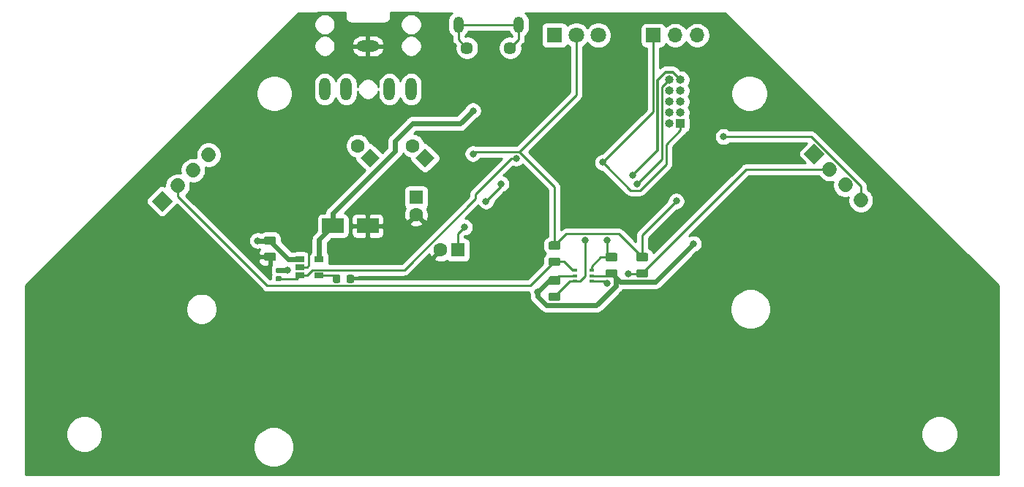
<source format=gbr>
G04 #@! TF.GenerationSoftware,KiCad,Pcbnew,(5.1.5)-3*
G04 #@! TF.CreationDate,2020-12-02T13:07:11-08:00*
G04 #@! TF.ProjectId,USonicTherminNoName,55536f6e-6963-4546-9865-726d696e4e6f,1.0*
G04 #@! TF.SameCoordinates,Original*
G04 #@! TF.FileFunction,Copper,L2,Bot*
G04 #@! TF.FilePolarity,Positive*
%FSLAX46Y46*%
G04 Gerber Fmt 4.6, Leading zero omitted, Abs format (unit mm)*
G04 Created by KiCad (PCBNEW (5.1.5)-3) date 2020-12-02 13:07:11*
%MOMM*%
%LPD*%
G04 APERTURE LIST*
%ADD10R,2.500000X1.700000*%
%ADD11C,1.700000*%
%ADD12C,0.100000*%
%ADD13O,1.000000X1.000000*%
%ADD14R,1.000000X1.000000*%
%ADD15R,1.600000X1.600000*%
%ADD16C,1.600000*%
%ADD17R,1.800000X1.800000*%
%ADD18C,1.800000*%
%ADD19C,1.450000*%
%ADD20O,1.200000X1.900000*%
%ADD21O,1.308000X2.616000*%
%ADD22O,2.616000X1.308000*%
%ADD23R,0.600000X0.420000*%
%ADD24R,1.700000X1.700000*%
%ADD25O,1.700000X1.700000*%
%ADD26R,1.060000X0.650000*%
%ADD27C,0.800000*%
%ADD28C,0.610000*%
%ADD29C,0.250000*%
%ADD30C,0.370000*%
%ADD31C,0.254000*%
G04 APERTURE END LIST*
D10*
X123412000Y-112268000D03*
X119412000Y-112268000D03*
D11*
X105002154Y-104031846D02*
X105002154Y-104031846D01*
X103206102Y-105827898D02*
X103206102Y-105827898D01*
X101410051Y-107623949D02*
X101410051Y-107623949D01*
G04 #@! TA.AperFunction,ComponentPad*
D12*
G36*
X100816082Y-109420000D02*
G01*
X99614000Y-110622082D01*
X98411918Y-109420000D01*
X99614000Y-108217918D01*
X100816082Y-109420000D01*
G37*
G04 #@! TD.AperFunction*
G04 #@! TA.AperFunction,ComponentPad*
G36*
X175114000Y-105122082D02*
G01*
X173911918Y-103920000D01*
X175114000Y-102717918D01*
X176316082Y-103920000D01*
X175114000Y-105122082D01*
G37*
G04 #@! TD.AperFunction*
D11*
X176910051Y-105716051D02*
X176910051Y-105716051D01*
X178706102Y-107512102D02*
X178706102Y-107512102D01*
X180502154Y-109308154D02*
X180502154Y-109308154D01*
D13*
X158344000Y-95340000D03*
X159614000Y-95340000D03*
X158344000Y-96610000D03*
X159614000Y-96610000D03*
X158344000Y-97880000D03*
X159614000Y-97880000D03*
X158344000Y-99150000D03*
X159614000Y-99150000D03*
X158344000Y-100420000D03*
D14*
X159614000Y-100420000D03*
G04 #@! TA.AperFunction,SMDPad,CuDef*
D12*
G36*
X112594142Y-113496174D02*
G01*
X112617803Y-113499684D01*
X112641007Y-113505496D01*
X112663529Y-113513554D01*
X112685153Y-113523782D01*
X112705670Y-113536079D01*
X112724883Y-113550329D01*
X112742607Y-113566393D01*
X112758671Y-113584117D01*
X112772921Y-113603330D01*
X112785218Y-113623847D01*
X112795446Y-113645471D01*
X112803504Y-113667993D01*
X112809316Y-113691197D01*
X112812826Y-113714858D01*
X112814000Y-113738750D01*
X112814000Y-114226250D01*
X112812826Y-114250142D01*
X112809316Y-114273803D01*
X112803504Y-114297007D01*
X112795446Y-114319529D01*
X112785218Y-114341153D01*
X112772921Y-114361670D01*
X112758671Y-114380883D01*
X112742607Y-114398607D01*
X112724883Y-114414671D01*
X112705670Y-114428921D01*
X112685153Y-114441218D01*
X112663529Y-114451446D01*
X112641007Y-114459504D01*
X112617803Y-114465316D01*
X112594142Y-114468826D01*
X112570250Y-114470000D01*
X111657750Y-114470000D01*
X111633858Y-114468826D01*
X111610197Y-114465316D01*
X111586993Y-114459504D01*
X111564471Y-114451446D01*
X111542847Y-114441218D01*
X111522330Y-114428921D01*
X111503117Y-114414671D01*
X111485393Y-114398607D01*
X111469329Y-114380883D01*
X111455079Y-114361670D01*
X111442782Y-114341153D01*
X111432554Y-114319529D01*
X111424496Y-114297007D01*
X111418684Y-114273803D01*
X111415174Y-114250142D01*
X111414000Y-114226250D01*
X111414000Y-113738750D01*
X111415174Y-113714858D01*
X111418684Y-113691197D01*
X111424496Y-113667993D01*
X111432554Y-113645471D01*
X111442782Y-113623847D01*
X111455079Y-113603330D01*
X111469329Y-113584117D01*
X111485393Y-113566393D01*
X111503117Y-113550329D01*
X111522330Y-113536079D01*
X111542847Y-113523782D01*
X111564471Y-113513554D01*
X111586993Y-113505496D01*
X111610197Y-113499684D01*
X111633858Y-113496174D01*
X111657750Y-113495000D01*
X112570250Y-113495000D01*
X112594142Y-113496174D01*
G37*
G04 #@! TD.AperFunction*
G04 #@! TA.AperFunction,SMDPad,CuDef*
G36*
X112594142Y-115371174D02*
G01*
X112617803Y-115374684D01*
X112641007Y-115380496D01*
X112663529Y-115388554D01*
X112685153Y-115398782D01*
X112705670Y-115411079D01*
X112724883Y-115425329D01*
X112742607Y-115441393D01*
X112758671Y-115459117D01*
X112772921Y-115478330D01*
X112785218Y-115498847D01*
X112795446Y-115520471D01*
X112803504Y-115542993D01*
X112809316Y-115566197D01*
X112812826Y-115589858D01*
X112814000Y-115613750D01*
X112814000Y-116101250D01*
X112812826Y-116125142D01*
X112809316Y-116148803D01*
X112803504Y-116172007D01*
X112795446Y-116194529D01*
X112785218Y-116216153D01*
X112772921Y-116236670D01*
X112758671Y-116255883D01*
X112742607Y-116273607D01*
X112724883Y-116289671D01*
X112705670Y-116303921D01*
X112685153Y-116316218D01*
X112663529Y-116326446D01*
X112641007Y-116334504D01*
X112617803Y-116340316D01*
X112594142Y-116343826D01*
X112570250Y-116345000D01*
X111657750Y-116345000D01*
X111633858Y-116343826D01*
X111610197Y-116340316D01*
X111586993Y-116334504D01*
X111564471Y-116326446D01*
X111542847Y-116316218D01*
X111522330Y-116303921D01*
X111503117Y-116289671D01*
X111485393Y-116273607D01*
X111469329Y-116255883D01*
X111455079Y-116236670D01*
X111442782Y-116216153D01*
X111432554Y-116194529D01*
X111424496Y-116172007D01*
X111418684Y-116148803D01*
X111415174Y-116125142D01*
X111414000Y-116101250D01*
X111414000Y-115613750D01*
X111415174Y-115589858D01*
X111418684Y-115566197D01*
X111424496Y-115542993D01*
X111432554Y-115520471D01*
X111442782Y-115498847D01*
X111455079Y-115478330D01*
X111469329Y-115459117D01*
X111485393Y-115441393D01*
X111503117Y-115425329D01*
X111522330Y-115411079D01*
X111542847Y-115398782D01*
X111564471Y-115388554D01*
X111586993Y-115380496D01*
X111610197Y-115374684D01*
X111633858Y-115371174D01*
X111657750Y-115370000D01*
X112570250Y-115370000D01*
X112594142Y-115371174D01*
G37*
G04 #@! TD.AperFunction*
D15*
X129032000Y-108966000D03*
D16*
X129032000Y-110966000D03*
X122283786Y-102979786D03*
G04 #@! TA.AperFunction,ComponentPad*
D12*
G36*
X124829371Y-104394000D02*
G01*
X123698000Y-105525371D01*
X122566629Y-104394000D01*
X123698000Y-103262629D01*
X124829371Y-104394000D01*
G37*
G04 #@! TD.AperFunction*
D16*
X128633786Y-102979786D03*
G04 #@! TA.AperFunction,ComponentPad*
D12*
G36*
X131179371Y-104394000D02*
G01*
X130048000Y-105525371D01*
X128916629Y-104394000D01*
X130048000Y-103262629D01*
X131179371Y-104394000D01*
G37*
G04 #@! TD.AperFunction*
D15*
X133858000Y-115062000D03*
D16*
X131858000Y-115062000D03*
D17*
X145034000Y-90170000D03*
D18*
X147574000Y-90170000D03*
X150114000Y-90170000D03*
D19*
X139914000Y-91632500D03*
X134914000Y-91632500D03*
D20*
X140914000Y-88932500D03*
X133914000Y-88932500D03*
D21*
X128444000Y-96420000D03*
X125944000Y-96420000D03*
X120944000Y-96420000D03*
X118444000Y-96420000D03*
D22*
X123444000Y-91420000D03*
D23*
X149336000Y-118714000D03*
X149336000Y-118064000D03*
X149336000Y-117414000D03*
X147436000Y-118714000D03*
X147436000Y-118064000D03*
X147436000Y-117414000D03*
G04 #@! TA.AperFunction,SMDPad,CuDef*
D12*
G36*
X113300958Y-117140710D02*
G01*
X113315276Y-117142834D01*
X113329317Y-117146351D01*
X113342946Y-117151228D01*
X113356031Y-117157417D01*
X113368447Y-117164858D01*
X113380073Y-117173481D01*
X113390798Y-117183202D01*
X113400519Y-117193927D01*
X113409142Y-117205553D01*
X113416583Y-117217969D01*
X113422772Y-117231054D01*
X113427649Y-117244683D01*
X113431166Y-117258724D01*
X113433290Y-117273042D01*
X113434000Y-117287500D01*
X113434000Y-117582500D01*
X113433290Y-117596958D01*
X113431166Y-117611276D01*
X113427649Y-117625317D01*
X113422772Y-117638946D01*
X113416583Y-117652031D01*
X113409142Y-117664447D01*
X113400519Y-117676073D01*
X113390798Y-117686798D01*
X113380073Y-117696519D01*
X113368447Y-117705142D01*
X113356031Y-117712583D01*
X113342946Y-117718772D01*
X113329317Y-117723649D01*
X113315276Y-117727166D01*
X113300958Y-117729290D01*
X113286500Y-117730000D01*
X112941500Y-117730000D01*
X112927042Y-117729290D01*
X112912724Y-117727166D01*
X112898683Y-117723649D01*
X112885054Y-117718772D01*
X112871969Y-117712583D01*
X112859553Y-117705142D01*
X112847927Y-117696519D01*
X112837202Y-117686798D01*
X112827481Y-117676073D01*
X112818858Y-117664447D01*
X112811417Y-117652031D01*
X112805228Y-117638946D01*
X112800351Y-117625317D01*
X112796834Y-117611276D01*
X112794710Y-117596958D01*
X112794000Y-117582500D01*
X112794000Y-117287500D01*
X112794710Y-117273042D01*
X112796834Y-117258724D01*
X112800351Y-117244683D01*
X112805228Y-117231054D01*
X112811417Y-117217969D01*
X112818858Y-117205553D01*
X112827481Y-117193927D01*
X112837202Y-117183202D01*
X112847927Y-117173481D01*
X112859553Y-117164858D01*
X112871969Y-117157417D01*
X112885054Y-117151228D01*
X112898683Y-117146351D01*
X112912724Y-117142834D01*
X112927042Y-117140710D01*
X112941500Y-117140000D01*
X113286500Y-117140000D01*
X113300958Y-117140710D01*
G37*
G04 #@! TD.AperFunction*
G04 #@! TA.AperFunction,SMDPad,CuDef*
G36*
X113300958Y-118110710D02*
G01*
X113315276Y-118112834D01*
X113329317Y-118116351D01*
X113342946Y-118121228D01*
X113356031Y-118127417D01*
X113368447Y-118134858D01*
X113380073Y-118143481D01*
X113390798Y-118153202D01*
X113400519Y-118163927D01*
X113409142Y-118175553D01*
X113416583Y-118187969D01*
X113422772Y-118201054D01*
X113427649Y-118214683D01*
X113431166Y-118228724D01*
X113433290Y-118243042D01*
X113434000Y-118257500D01*
X113434000Y-118552500D01*
X113433290Y-118566958D01*
X113431166Y-118581276D01*
X113427649Y-118595317D01*
X113422772Y-118608946D01*
X113416583Y-118622031D01*
X113409142Y-118634447D01*
X113400519Y-118646073D01*
X113390798Y-118656798D01*
X113380073Y-118666519D01*
X113368447Y-118675142D01*
X113356031Y-118682583D01*
X113342946Y-118688772D01*
X113329317Y-118693649D01*
X113315276Y-118697166D01*
X113300958Y-118699290D01*
X113286500Y-118700000D01*
X112941500Y-118700000D01*
X112927042Y-118699290D01*
X112912724Y-118697166D01*
X112898683Y-118693649D01*
X112885054Y-118688772D01*
X112871969Y-118682583D01*
X112859553Y-118675142D01*
X112847927Y-118666519D01*
X112837202Y-118656798D01*
X112827481Y-118646073D01*
X112818858Y-118634447D01*
X112811417Y-118622031D01*
X112805228Y-118608946D01*
X112800351Y-118595317D01*
X112796834Y-118581276D01*
X112794710Y-118566958D01*
X112794000Y-118552500D01*
X112794000Y-118257500D01*
X112794710Y-118243042D01*
X112796834Y-118228724D01*
X112800351Y-118214683D01*
X112805228Y-118201054D01*
X112811417Y-118187969D01*
X112818858Y-118175553D01*
X112827481Y-118163927D01*
X112837202Y-118153202D01*
X112847927Y-118143481D01*
X112859553Y-118134858D01*
X112871969Y-118127417D01*
X112885054Y-118121228D01*
X112898683Y-118116351D01*
X112912724Y-118112834D01*
X112927042Y-118110710D01*
X112941500Y-118110000D01*
X113286500Y-118110000D01*
X113300958Y-118110710D01*
G37*
G04 #@! TD.AperFunction*
G04 #@! TA.AperFunction,SMDPad,CuDef*
G36*
X121641691Y-117946053D02*
G01*
X121662926Y-117949203D01*
X121683750Y-117954419D01*
X121703962Y-117961651D01*
X121723368Y-117970830D01*
X121741781Y-117981866D01*
X121759024Y-117994654D01*
X121774930Y-118009070D01*
X121789346Y-118024976D01*
X121802134Y-118042219D01*
X121813170Y-118060632D01*
X121822349Y-118080038D01*
X121829581Y-118100250D01*
X121834797Y-118121074D01*
X121837947Y-118142309D01*
X121839000Y-118163750D01*
X121839000Y-118676250D01*
X121837947Y-118697691D01*
X121834797Y-118718926D01*
X121829581Y-118739750D01*
X121822349Y-118759962D01*
X121813170Y-118779368D01*
X121802134Y-118797781D01*
X121789346Y-118815024D01*
X121774930Y-118830930D01*
X121759024Y-118845346D01*
X121741781Y-118858134D01*
X121723368Y-118869170D01*
X121703962Y-118878349D01*
X121683750Y-118885581D01*
X121662926Y-118890797D01*
X121641691Y-118893947D01*
X121620250Y-118895000D01*
X121182750Y-118895000D01*
X121161309Y-118893947D01*
X121140074Y-118890797D01*
X121119250Y-118885581D01*
X121099038Y-118878349D01*
X121079632Y-118869170D01*
X121061219Y-118858134D01*
X121043976Y-118845346D01*
X121028070Y-118830930D01*
X121013654Y-118815024D01*
X121000866Y-118797781D01*
X120989830Y-118779368D01*
X120980651Y-118759962D01*
X120973419Y-118739750D01*
X120968203Y-118718926D01*
X120965053Y-118697691D01*
X120964000Y-118676250D01*
X120964000Y-118163750D01*
X120965053Y-118142309D01*
X120968203Y-118121074D01*
X120973419Y-118100250D01*
X120980651Y-118080038D01*
X120989830Y-118060632D01*
X121000866Y-118042219D01*
X121013654Y-118024976D01*
X121028070Y-118009070D01*
X121043976Y-117994654D01*
X121061219Y-117981866D01*
X121079632Y-117970830D01*
X121099038Y-117961651D01*
X121119250Y-117954419D01*
X121140074Y-117949203D01*
X121161309Y-117946053D01*
X121182750Y-117945000D01*
X121620250Y-117945000D01*
X121641691Y-117946053D01*
G37*
G04 #@! TD.AperFunction*
G04 #@! TA.AperFunction,SMDPad,CuDef*
G36*
X120066691Y-117946053D02*
G01*
X120087926Y-117949203D01*
X120108750Y-117954419D01*
X120128962Y-117961651D01*
X120148368Y-117970830D01*
X120166781Y-117981866D01*
X120184024Y-117994654D01*
X120199930Y-118009070D01*
X120214346Y-118024976D01*
X120227134Y-118042219D01*
X120238170Y-118060632D01*
X120247349Y-118080038D01*
X120254581Y-118100250D01*
X120259797Y-118121074D01*
X120262947Y-118142309D01*
X120264000Y-118163750D01*
X120264000Y-118676250D01*
X120262947Y-118697691D01*
X120259797Y-118718926D01*
X120254581Y-118739750D01*
X120247349Y-118759962D01*
X120238170Y-118779368D01*
X120227134Y-118797781D01*
X120214346Y-118815024D01*
X120199930Y-118830930D01*
X120184024Y-118845346D01*
X120166781Y-118858134D01*
X120148368Y-118869170D01*
X120128962Y-118878349D01*
X120108750Y-118885581D01*
X120087926Y-118890797D01*
X120066691Y-118893947D01*
X120045250Y-118895000D01*
X119607750Y-118895000D01*
X119586309Y-118893947D01*
X119565074Y-118890797D01*
X119544250Y-118885581D01*
X119524038Y-118878349D01*
X119504632Y-118869170D01*
X119486219Y-118858134D01*
X119468976Y-118845346D01*
X119453070Y-118830930D01*
X119438654Y-118815024D01*
X119425866Y-118797781D01*
X119414830Y-118779368D01*
X119405651Y-118759962D01*
X119398419Y-118739750D01*
X119393203Y-118718926D01*
X119390053Y-118697691D01*
X119389000Y-118676250D01*
X119389000Y-118163750D01*
X119390053Y-118142309D01*
X119393203Y-118121074D01*
X119398419Y-118100250D01*
X119405651Y-118080038D01*
X119414830Y-118060632D01*
X119425866Y-118042219D01*
X119438654Y-118024976D01*
X119453070Y-118009070D01*
X119468976Y-117994654D01*
X119486219Y-117981866D01*
X119504632Y-117970830D01*
X119524038Y-117961651D01*
X119544250Y-117954419D01*
X119565074Y-117949203D01*
X119586309Y-117946053D01*
X119607750Y-117945000D01*
X120045250Y-117945000D01*
X120066691Y-117946053D01*
G37*
G04 #@! TD.AperFunction*
G04 #@! TA.AperFunction,SMDPad,CuDef*
G36*
X145514142Y-115942674D02*
G01*
X145537803Y-115946184D01*
X145561007Y-115951996D01*
X145583529Y-115960054D01*
X145605153Y-115970282D01*
X145625670Y-115982579D01*
X145644883Y-115996829D01*
X145662607Y-116012893D01*
X145678671Y-116030617D01*
X145692921Y-116049830D01*
X145705218Y-116070347D01*
X145715446Y-116091971D01*
X145723504Y-116114493D01*
X145729316Y-116137697D01*
X145732826Y-116161358D01*
X145734000Y-116185250D01*
X145734000Y-116672750D01*
X145732826Y-116696642D01*
X145729316Y-116720303D01*
X145723504Y-116743507D01*
X145715446Y-116766029D01*
X145705218Y-116787653D01*
X145692921Y-116808170D01*
X145678671Y-116827383D01*
X145662607Y-116845107D01*
X145644883Y-116861171D01*
X145625670Y-116875421D01*
X145605153Y-116887718D01*
X145583529Y-116897946D01*
X145561007Y-116906004D01*
X145537803Y-116911816D01*
X145514142Y-116915326D01*
X145490250Y-116916500D01*
X144577750Y-116916500D01*
X144553858Y-116915326D01*
X144530197Y-116911816D01*
X144506993Y-116906004D01*
X144484471Y-116897946D01*
X144462847Y-116887718D01*
X144442330Y-116875421D01*
X144423117Y-116861171D01*
X144405393Y-116845107D01*
X144389329Y-116827383D01*
X144375079Y-116808170D01*
X144362782Y-116787653D01*
X144352554Y-116766029D01*
X144344496Y-116743507D01*
X144338684Y-116720303D01*
X144335174Y-116696642D01*
X144334000Y-116672750D01*
X144334000Y-116185250D01*
X144335174Y-116161358D01*
X144338684Y-116137697D01*
X144344496Y-116114493D01*
X144352554Y-116091971D01*
X144362782Y-116070347D01*
X144375079Y-116049830D01*
X144389329Y-116030617D01*
X144405393Y-116012893D01*
X144423117Y-115996829D01*
X144442330Y-115982579D01*
X144462847Y-115970282D01*
X144484471Y-115960054D01*
X144506993Y-115951996D01*
X144530197Y-115946184D01*
X144553858Y-115942674D01*
X144577750Y-115941500D01*
X145490250Y-115941500D01*
X145514142Y-115942674D01*
G37*
G04 #@! TD.AperFunction*
G04 #@! TA.AperFunction,SMDPad,CuDef*
G36*
X145514142Y-114067674D02*
G01*
X145537803Y-114071184D01*
X145561007Y-114076996D01*
X145583529Y-114085054D01*
X145605153Y-114095282D01*
X145625670Y-114107579D01*
X145644883Y-114121829D01*
X145662607Y-114137893D01*
X145678671Y-114155617D01*
X145692921Y-114174830D01*
X145705218Y-114195347D01*
X145715446Y-114216971D01*
X145723504Y-114239493D01*
X145729316Y-114262697D01*
X145732826Y-114286358D01*
X145734000Y-114310250D01*
X145734000Y-114797750D01*
X145732826Y-114821642D01*
X145729316Y-114845303D01*
X145723504Y-114868507D01*
X145715446Y-114891029D01*
X145705218Y-114912653D01*
X145692921Y-114933170D01*
X145678671Y-114952383D01*
X145662607Y-114970107D01*
X145644883Y-114986171D01*
X145625670Y-115000421D01*
X145605153Y-115012718D01*
X145583529Y-115022946D01*
X145561007Y-115031004D01*
X145537803Y-115036816D01*
X145514142Y-115040326D01*
X145490250Y-115041500D01*
X144577750Y-115041500D01*
X144553858Y-115040326D01*
X144530197Y-115036816D01*
X144506993Y-115031004D01*
X144484471Y-115022946D01*
X144462847Y-115012718D01*
X144442330Y-115000421D01*
X144423117Y-114986171D01*
X144405393Y-114970107D01*
X144389329Y-114952383D01*
X144375079Y-114933170D01*
X144362782Y-114912653D01*
X144352554Y-114891029D01*
X144344496Y-114868507D01*
X144338684Y-114845303D01*
X144335174Y-114821642D01*
X144334000Y-114797750D01*
X144334000Y-114310250D01*
X144335174Y-114286358D01*
X144338684Y-114262697D01*
X144344496Y-114239493D01*
X144352554Y-114216971D01*
X144362782Y-114195347D01*
X144375079Y-114174830D01*
X144389329Y-114155617D01*
X144405393Y-114137893D01*
X144423117Y-114121829D01*
X144442330Y-114107579D01*
X144462847Y-114095282D01*
X144484471Y-114085054D01*
X144506993Y-114076996D01*
X144530197Y-114071184D01*
X144553858Y-114067674D01*
X144577750Y-114066500D01*
X145490250Y-114066500D01*
X145514142Y-114067674D01*
G37*
G04 #@! TD.AperFunction*
G04 #@! TA.AperFunction,SMDPad,CuDef*
G36*
X152118142Y-115416174D02*
G01*
X152141803Y-115419684D01*
X152165007Y-115425496D01*
X152187529Y-115433554D01*
X152209153Y-115443782D01*
X152229670Y-115456079D01*
X152248883Y-115470329D01*
X152266607Y-115486393D01*
X152282671Y-115504117D01*
X152296921Y-115523330D01*
X152309218Y-115543847D01*
X152319446Y-115565471D01*
X152327504Y-115587993D01*
X152333316Y-115611197D01*
X152336826Y-115634858D01*
X152338000Y-115658750D01*
X152338000Y-116146250D01*
X152336826Y-116170142D01*
X152333316Y-116193803D01*
X152327504Y-116217007D01*
X152319446Y-116239529D01*
X152309218Y-116261153D01*
X152296921Y-116281670D01*
X152282671Y-116300883D01*
X152266607Y-116318607D01*
X152248883Y-116334671D01*
X152229670Y-116348921D01*
X152209153Y-116361218D01*
X152187529Y-116371446D01*
X152165007Y-116379504D01*
X152141803Y-116385316D01*
X152118142Y-116388826D01*
X152094250Y-116390000D01*
X151181750Y-116390000D01*
X151157858Y-116388826D01*
X151134197Y-116385316D01*
X151110993Y-116379504D01*
X151088471Y-116371446D01*
X151066847Y-116361218D01*
X151046330Y-116348921D01*
X151027117Y-116334671D01*
X151009393Y-116318607D01*
X150993329Y-116300883D01*
X150979079Y-116281670D01*
X150966782Y-116261153D01*
X150956554Y-116239529D01*
X150948496Y-116217007D01*
X150942684Y-116193803D01*
X150939174Y-116170142D01*
X150938000Y-116146250D01*
X150938000Y-115658750D01*
X150939174Y-115634858D01*
X150942684Y-115611197D01*
X150948496Y-115587993D01*
X150956554Y-115565471D01*
X150966782Y-115543847D01*
X150979079Y-115523330D01*
X150993329Y-115504117D01*
X151009393Y-115486393D01*
X151027117Y-115470329D01*
X151046330Y-115456079D01*
X151066847Y-115443782D01*
X151088471Y-115433554D01*
X151110993Y-115425496D01*
X151134197Y-115419684D01*
X151157858Y-115416174D01*
X151181750Y-115415000D01*
X152094250Y-115415000D01*
X152118142Y-115416174D01*
G37*
G04 #@! TD.AperFunction*
G04 #@! TA.AperFunction,SMDPad,CuDef*
G36*
X152118142Y-117291174D02*
G01*
X152141803Y-117294684D01*
X152165007Y-117300496D01*
X152187529Y-117308554D01*
X152209153Y-117318782D01*
X152229670Y-117331079D01*
X152248883Y-117345329D01*
X152266607Y-117361393D01*
X152282671Y-117379117D01*
X152296921Y-117398330D01*
X152309218Y-117418847D01*
X152319446Y-117440471D01*
X152327504Y-117462993D01*
X152333316Y-117486197D01*
X152336826Y-117509858D01*
X152338000Y-117533750D01*
X152338000Y-118021250D01*
X152336826Y-118045142D01*
X152333316Y-118068803D01*
X152327504Y-118092007D01*
X152319446Y-118114529D01*
X152309218Y-118136153D01*
X152296921Y-118156670D01*
X152282671Y-118175883D01*
X152266607Y-118193607D01*
X152248883Y-118209671D01*
X152229670Y-118223921D01*
X152209153Y-118236218D01*
X152187529Y-118246446D01*
X152165007Y-118254504D01*
X152141803Y-118260316D01*
X152118142Y-118263826D01*
X152094250Y-118265000D01*
X151181750Y-118265000D01*
X151157858Y-118263826D01*
X151134197Y-118260316D01*
X151110993Y-118254504D01*
X151088471Y-118246446D01*
X151066847Y-118236218D01*
X151046330Y-118223921D01*
X151027117Y-118209671D01*
X151009393Y-118193607D01*
X150993329Y-118175883D01*
X150979079Y-118156670D01*
X150966782Y-118136153D01*
X150956554Y-118114529D01*
X150948496Y-118092007D01*
X150942684Y-118068803D01*
X150939174Y-118045142D01*
X150938000Y-118021250D01*
X150938000Y-117533750D01*
X150939174Y-117509858D01*
X150942684Y-117486197D01*
X150948496Y-117462993D01*
X150956554Y-117440471D01*
X150966782Y-117418847D01*
X150979079Y-117398330D01*
X150993329Y-117379117D01*
X151009393Y-117361393D01*
X151027117Y-117345329D01*
X151046330Y-117331079D01*
X151066847Y-117318782D01*
X151088471Y-117308554D01*
X151110993Y-117300496D01*
X151134197Y-117294684D01*
X151157858Y-117291174D01*
X151181750Y-117290000D01*
X152094250Y-117290000D01*
X152118142Y-117291174D01*
G37*
G04 #@! TD.AperFunction*
G04 #@! TA.AperFunction,SMDPad,CuDef*
G36*
X155674142Y-115416174D02*
G01*
X155697803Y-115419684D01*
X155721007Y-115425496D01*
X155743529Y-115433554D01*
X155765153Y-115443782D01*
X155785670Y-115456079D01*
X155804883Y-115470329D01*
X155822607Y-115486393D01*
X155838671Y-115504117D01*
X155852921Y-115523330D01*
X155865218Y-115543847D01*
X155875446Y-115565471D01*
X155883504Y-115587993D01*
X155889316Y-115611197D01*
X155892826Y-115634858D01*
X155894000Y-115658750D01*
X155894000Y-116146250D01*
X155892826Y-116170142D01*
X155889316Y-116193803D01*
X155883504Y-116217007D01*
X155875446Y-116239529D01*
X155865218Y-116261153D01*
X155852921Y-116281670D01*
X155838671Y-116300883D01*
X155822607Y-116318607D01*
X155804883Y-116334671D01*
X155785670Y-116348921D01*
X155765153Y-116361218D01*
X155743529Y-116371446D01*
X155721007Y-116379504D01*
X155697803Y-116385316D01*
X155674142Y-116388826D01*
X155650250Y-116390000D01*
X154737750Y-116390000D01*
X154713858Y-116388826D01*
X154690197Y-116385316D01*
X154666993Y-116379504D01*
X154644471Y-116371446D01*
X154622847Y-116361218D01*
X154602330Y-116348921D01*
X154583117Y-116334671D01*
X154565393Y-116318607D01*
X154549329Y-116300883D01*
X154535079Y-116281670D01*
X154522782Y-116261153D01*
X154512554Y-116239529D01*
X154504496Y-116217007D01*
X154498684Y-116193803D01*
X154495174Y-116170142D01*
X154494000Y-116146250D01*
X154494000Y-115658750D01*
X154495174Y-115634858D01*
X154498684Y-115611197D01*
X154504496Y-115587993D01*
X154512554Y-115565471D01*
X154522782Y-115543847D01*
X154535079Y-115523330D01*
X154549329Y-115504117D01*
X154565393Y-115486393D01*
X154583117Y-115470329D01*
X154602330Y-115456079D01*
X154622847Y-115443782D01*
X154644471Y-115433554D01*
X154666993Y-115425496D01*
X154690197Y-115419684D01*
X154713858Y-115416174D01*
X154737750Y-115415000D01*
X155650250Y-115415000D01*
X155674142Y-115416174D01*
G37*
G04 #@! TD.AperFunction*
G04 #@! TA.AperFunction,SMDPad,CuDef*
G36*
X155674142Y-117291174D02*
G01*
X155697803Y-117294684D01*
X155721007Y-117300496D01*
X155743529Y-117308554D01*
X155765153Y-117318782D01*
X155785670Y-117331079D01*
X155804883Y-117345329D01*
X155822607Y-117361393D01*
X155838671Y-117379117D01*
X155852921Y-117398330D01*
X155865218Y-117418847D01*
X155875446Y-117440471D01*
X155883504Y-117462993D01*
X155889316Y-117486197D01*
X155892826Y-117509858D01*
X155894000Y-117533750D01*
X155894000Y-118021250D01*
X155892826Y-118045142D01*
X155889316Y-118068803D01*
X155883504Y-118092007D01*
X155875446Y-118114529D01*
X155865218Y-118136153D01*
X155852921Y-118156670D01*
X155838671Y-118175883D01*
X155822607Y-118193607D01*
X155804883Y-118209671D01*
X155785670Y-118223921D01*
X155765153Y-118236218D01*
X155743529Y-118246446D01*
X155721007Y-118254504D01*
X155697803Y-118260316D01*
X155674142Y-118263826D01*
X155650250Y-118265000D01*
X154737750Y-118265000D01*
X154713858Y-118263826D01*
X154690197Y-118260316D01*
X154666993Y-118254504D01*
X154644471Y-118246446D01*
X154622847Y-118236218D01*
X154602330Y-118223921D01*
X154583117Y-118209671D01*
X154565393Y-118193607D01*
X154549329Y-118175883D01*
X154535079Y-118156670D01*
X154522782Y-118136153D01*
X154512554Y-118114529D01*
X154504496Y-118092007D01*
X154498684Y-118068803D01*
X154495174Y-118045142D01*
X154494000Y-118021250D01*
X154494000Y-117533750D01*
X154495174Y-117509858D01*
X154498684Y-117486197D01*
X154504496Y-117462993D01*
X154512554Y-117440471D01*
X154522782Y-117418847D01*
X154535079Y-117398330D01*
X154549329Y-117379117D01*
X154565393Y-117361393D01*
X154583117Y-117345329D01*
X154602330Y-117331079D01*
X154622847Y-117318782D01*
X154644471Y-117308554D01*
X154666993Y-117300496D01*
X154690197Y-117294684D01*
X154713858Y-117291174D01*
X154737750Y-117290000D01*
X155650250Y-117290000D01*
X155674142Y-117291174D01*
G37*
G04 #@! TD.AperFunction*
G04 #@! TA.AperFunction,SMDPad,CuDef*
G36*
X145514142Y-118130174D02*
G01*
X145537803Y-118133684D01*
X145561007Y-118139496D01*
X145583529Y-118147554D01*
X145605153Y-118157782D01*
X145625670Y-118170079D01*
X145644883Y-118184329D01*
X145662607Y-118200393D01*
X145678671Y-118218117D01*
X145692921Y-118237330D01*
X145705218Y-118257847D01*
X145715446Y-118279471D01*
X145723504Y-118301993D01*
X145729316Y-118325197D01*
X145732826Y-118348858D01*
X145734000Y-118372750D01*
X145734000Y-118860250D01*
X145732826Y-118884142D01*
X145729316Y-118907803D01*
X145723504Y-118931007D01*
X145715446Y-118953529D01*
X145705218Y-118975153D01*
X145692921Y-118995670D01*
X145678671Y-119014883D01*
X145662607Y-119032607D01*
X145644883Y-119048671D01*
X145625670Y-119062921D01*
X145605153Y-119075218D01*
X145583529Y-119085446D01*
X145561007Y-119093504D01*
X145537803Y-119099316D01*
X145514142Y-119102826D01*
X145490250Y-119104000D01*
X144577750Y-119104000D01*
X144553858Y-119102826D01*
X144530197Y-119099316D01*
X144506993Y-119093504D01*
X144484471Y-119085446D01*
X144462847Y-119075218D01*
X144442330Y-119062921D01*
X144423117Y-119048671D01*
X144405393Y-119032607D01*
X144389329Y-119014883D01*
X144375079Y-118995670D01*
X144362782Y-118975153D01*
X144352554Y-118953529D01*
X144344496Y-118931007D01*
X144338684Y-118907803D01*
X144335174Y-118884142D01*
X144334000Y-118860250D01*
X144334000Y-118372750D01*
X144335174Y-118348858D01*
X144338684Y-118325197D01*
X144344496Y-118301993D01*
X144352554Y-118279471D01*
X144362782Y-118257847D01*
X144375079Y-118237330D01*
X144389329Y-118218117D01*
X144405393Y-118200393D01*
X144423117Y-118184329D01*
X144442330Y-118170079D01*
X144462847Y-118157782D01*
X144484471Y-118147554D01*
X144506993Y-118139496D01*
X144530197Y-118133684D01*
X144553858Y-118130174D01*
X144577750Y-118129000D01*
X145490250Y-118129000D01*
X145514142Y-118130174D01*
G37*
G04 #@! TD.AperFunction*
G04 #@! TA.AperFunction,SMDPad,CuDef*
G36*
X145514142Y-120005174D02*
G01*
X145537803Y-120008684D01*
X145561007Y-120014496D01*
X145583529Y-120022554D01*
X145605153Y-120032782D01*
X145625670Y-120045079D01*
X145644883Y-120059329D01*
X145662607Y-120075393D01*
X145678671Y-120093117D01*
X145692921Y-120112330D01*
X145705218Y-120132847D01*
X145715446Y-120154471D01*
X145723504Y-120176993D01*
X145729316Y-120200197D01*
X145732826Y-120223858D01*
X145734000Y-120247750D01*
X145734000Y-120735250D01*
X145732826Y-120759142D01*
X145729316Y-120782803D01*
X145723504Y-120806007D01*
X145715446Y-120828529D01*
X145705218Y-120850153D01*
X145692921Y-120870670D01*
X145678671Y-120889883D01*
X145662607Y-120907607D01*
X145644883Y-120923671D01*
X145625670Y-120937921D01*
X145605153Y-120950218D01*
X145583529Y-120960446D01*
X145561007Y-120968504D01*
X145537803Y-120974316D01*
X145514142Y-120977826D01*
X145490250Y-120979000D01*
X144577750Y-120979000D01*
X144553858Y-120977826D01*
X144530197Y-120974316D01*
X144506993Y-120968504D01*
X144484471Y-120960446D01*
X144462847Y-120950218D01*
X144442330Y-120937921D01*
X144423117Y-120923671D01*
X144405393Y-120907607D01*
X144389329Y-120889883D01*
X144375079Y-120870670D01*
X144362782Y-120850153D01*
X144352554Y-120828529D01*
X144344496Y-120806007D01*
X144338684Y-120782803D01*
X144335174Y-120759142D01*
X144334000Y-120735250D01*
X144334000Y-120247750D01*
X144335174Y-120223858D01*
X144338684Y-120200197D01*
X144344496Y-120176993D01*
X144352554Y-120154471D01*
X144362782Y-120132847D01*
X144375079Y-120112330D01*
X144389329Y-120093117D01*
X144405393Y-120075393D01*
X144423117Y-120059329D01*
X144442330Y-120045079D01*
X144462847Y-120032782D01*
X144484471Y-120022554D01*
X144506993Y-120014496D01*
X144530197Y-120008684D01*
X144553858Y-120005174D01*
X144577750Y-120004000D01*
X145490250Y-120004000D01*
X145514142Y-120005174D01*
G37*
G04 #@! TD.AperFunction*
D24*
X156464000Y-90170000D03*
D25*
X159004000Y-90170000D03*
X161544000Y-90170000D03*
D26*
X115614000Y-118026000D03*
X115614000Y-117076000D03*
X115614000Y-116126000D03*
X117814000Y-116126000D03*
X117814000Y-118026000D03*
D27*
X135614000Y-98920000D03*
X134614000Y-107920000D03*
X135614000Y-93420000D03*
X160614000Y-109920000D03*
X159114000Y-103420000D03*
X184614000Y-129920000D03*
X110680323Y-113982500D03*
X161114000Y-114346010D03*
X114114000Y-117420000D03*
X143114000Y-119920000D03*
X150614000Y-104920000D03*
X135614000Y-103920000D03*
X159140154Y-109393846D03*
X164614000Y-101920000D03*
X134614000Y-112420000D03*
X154114000Y-106445000D03*
X154614000Y-107420000D03*
X151114000Y-118920000D03*
X153614000Y-117865010D03*
X151114000Y-113920000D03*
X148614000Y-113920000D03*
X140614000Y-104420000D03*
X137113979Y-109420021D03*
X138837500Y-107420000D03*
D28*
X117814000Y-113866000D02*
X119412000Y-112268000D01*
X117814000Y-116126000D02*
X117814000Y-113866000D01*
X119412000Y-110808000D02*
X126614000Y-103606000D01*
X119412000Y-112268000D02*
X119412000Y-110808000D01*
X126614000Y-103606000D02*
X126614000Y-102420000D01*
X126614000Y-102420000D02*
X128614000Y-100420000D01*
X128614000Y-100420000D02*
X134114000Y-100420000D01*
X134114000Y-100420000D02*
X135614000Y-98920000D01*
D29*
X116394000Y-117076000D02*
X116614000Y-116856000D01*
X115614000Y-117076000D02*
X116394000Y-117076000D01*
X116614000Y-116856000D02*
X116614000Y-113920000D01*
X128500000Y-118420000D02*
X131858000Y-115062000D01*
X121401500Y-118420000D02*
X128500000Y-118420000D01*
D28*
X114257500Y-116126000D02*
X112114000Y-113982500D01*
X115614000Y-116126000D02*
X114257500Y-116126000D01*
X112114000Y-113982500D02*
X110680323Y-113982500D01*
X156690000Y-118770010D02*
X152630510Y-118770010D01*
X152630510Y-118770010D02*
X152123527Y-118263027D01*
X161114000Y-114346010D02*
X156690000Y-118770010D01*
X113114000Y-117435000D02*
X114099000Y-117435000D01*
X114099000Y-117435000D02*
X114114000Y-117420000D01*
X145034000Y-118616500D02*
X144417500Y-118616500D01*
X144417500Y-118616500D02*
X143114000Y-119920000D01*
D29*
X151351500Y-118064000D02*
X149336000Y-118064000D01*
X151638000Y-117777500D02*
X151351500Y-118064000D01*
X145586500Y-118064000D02*
X145034000Y-118616500D01*
X147436000Y-118064000D02*
X145586500Y-118064000D01*
D28*
X152123527Y-118263027D02*
X151638000Y-117777500D01*
X149889392Y-121484010D02*
X152123527Y-119249875D01*
X144112325Y-121484010D02*
X149889392Y-121484010D01*
X143114000Y-120485685D02*
X144112325Y-121484010D01*
X152123527Y-119249875D02*
X152123527Y-118263027D01*
X143114000Y-119920000D02*
X143114000Y-120485685D01*
D29*
X156464000Y-90170000D02*
X156464000Y-99070000D01*
X156464000Y-99070000D02*
X150614000Y-104920000D01*
X151013999Y-105319999D02*
X150614000Y-104920000D01*
X153839001Y-108145001D02*
X151013999Y-105319999D01*
X157969009Y-105137993D02*
X154962001Y-108145001D01*
X157969009Y-102814991D02*
X157969009Y-105137993D01*
X159614000Y-101170000D02*
X157969009Y-102814991D01*
X154962001Y-108145001D02*
X153839001Y-108145001D01*
X159614000Y-100420000D02*
X159614000Y-101170000D01*
X135839001Y-103694999D02*
X135614000Y-103920000D01*
X140962001Y-103694999D02*
X135839001Y-103694999D01*
X145034000Y-114554000D02*
X145034000Y-107766998D01*
X145034000Y-107766998D02*
X140962001Y-103694999D01*
X152486499Y-113194999D02*
X154708473Y-115416973D01*
X146393001Y-113194999D02*
X152486499Y-113194999D01*
X154708473Y-115416973D02*
X155194000Y-115902500D01*
X145034000Y-114554000D02*
X146393001Y-113194999D01*
X155194000Y-113340000D02*
X155194000Y-115902500D01*
X159140154Y-109393846D02*
X155194000Y-113340000D01*
X174775718Y-101920000D02*
X164614000Y-101920000D01*
X180502154Y-109308154D02*
X180502154Y-107646436D01*
X180502154Y-107646436D02*
X174775718Y-101920000D01*
X147574000Y-97083000D02*
X140962001Y-103694999D01*
X147574000Y-90170000D02*
X147574000Y-97083000D01*
X133858000Y-113176000D02*
X133858000Y-115062000D01*
X134614000Y-112420000D02*
X133858000Y-113176000D01*
X140914000Y-88932500D02*
X133914000Y-88932500D01*
X133914000Y-90632500D02*
X134914000Y-91632500D01*
X133914000Y-88932500D02*
X133914000Y-90632500D01*
X140914000Y-90632500D02*
X139914000Y-91632500D01*
X140914000Y-88932500D02*
X140914000Y-90632500D01*
D30*
X157919199Y-94454999D02*
X158728999Y-94454999D01*
X159114001Y-94840001D02*
X159614000Y-95340000D01*
X158728999Y-94454999D02*
X159114001Y-94840001D01*
X157008989Y-95365209D02*
X157919199Y-94454999D01*
X157008989Y-103550011D02*
X157008989Y-95365209D01*
X154114000Y-106445000D02*
X157008989Y-103550011D01*
D29*
X157518999Y-96165001D02*
X157844001Y-95839999D01*
X157518999Y-104515001D02*
X157518999Y-96165001D01*
X157844001Y-95839999D02*
X158344000Y-95340000D01*
X154614000Y-107420000D02*
X157518999Y-104515001D01*
X167255449Y-105716051D02*
X176910051Y-105716051D01*
X155194000Y-117777500D02*
X167255449Y-105716051D01*
X149336000Y-118714000D02*
X150908000Y-118714000D01*
X150908000Y-118714000D02*
X151114000Y-118920000D01*
X155106490Y-117865010D02*
X155194000Y-117777500D01*
X153614000Y-117865010D02*
X155106490Y-117865010D01*
X151114000Y-115378500D02*
X151638000Y-115902500D01*
X151114000Y-113920000D02*
X151114000Y-115378500D01*
X150387500Y-115902500D02*
X150938000Y-115902500D01*
X150938000Y-115902500D02*
X151638000Y-115902500D01*
X149336000Y-116954000D02*
X150387500Y-115902500D01*
X149336000Y-117414000D02*
X149336000Y-116954000D01*
X148614000Y-118086000D02*
X148614000Y-113920000D01*
X147436000Y-118714000D02*
X147986000Y-118714000D01*
X147986000Y-118714000D02*
X148614000Y-118086000D01*
X146811500Y-118714000D02*
X147436000Y-118714000D01*
X145034000Y-120491500D02*
X146811500Y-118714000D01*
X145034000Y-116429000D02*
X146123000Y-116429000D01*
X146123000Y-116429000D02*
X147114000Y-117420000D01*
X147120000Y-117414000D02*
X147436000Y-117414000D01*
X147114000Y-117420000D02*
X147120000Y-117414000D01*
X101410051Y-108826030D02*
X101410051Y-107623949D01*
X111804031Y-119220010D02*
X101410051Y-108826030D01*
X142242990Y-119220010D02*
X111804031Y-119220010D01*
X145034000Y-116429000D02*
X142242990Y-119220010D01*
X127658001Y-117375999D02*
X117044001Y-117375999D01*
X117044001Y-117375999D02*
X116394000Y-118026000D01*
X140048315Y-104420000D02*
X135888999Y-108579316D01*
X116394000Y-118026000D02*
X115614000Y-118026000D01*
X135888999Y-108579316D02*
X135888999Y-109145001D01*
X140614000Y-104420000D02*
X140048315Y-104420000D01*
X135888999Y-109145001D02*
X127658001Y-117375999D01*
X115235000Y-118405000D02*
X115614000Y-118026000D01*
X113114000Y-118405000D02*
X115235000Y-118405000D01*
X119432500Y-118026000D02*
X119826500Y-118420000D01*
X117814000Y-118026000D02*
X119432500Y-118026000D01*
X137113979Y-109420021D02*
X138837500Y-107696500D01*
X138837500Y-107696500D02*
X138837500Y-107420000D01*
D31*
G36*
X120808950Y-88088808D02*
G01*
X120805878Y-88120000D01*
X120818139Y-88244491D01*
X120854452Y-88364199D01*
X120913421Y-88474522D01*
X120983378Y-88559764D01*
X120992780Y-88571220D01*
X121089478Y-88650579D01*
X121199801Y-88709548D01*
X121319509Y-88745861D01*
X121444000Y-88758122D01*
X121475191Y-88755050D01*
X125412809Y-88755050D01*
X125444000Y-88758122D01*
X125475191Y-88755050D01*
X125568491Y-88745861D01*
X125688199Y-88709548D01*
X125798522Y-88650579D01*
X125895220Y-88571220D01*
X125974579Y-88474522D01*
X126033548Y-88364199D01*
X126069861Y-88244491D01*
X126082122Y-88120000D01*
X126079050Y-88088809D01*
X126079050Y-87555050D01*
X129263851Y-87555050D01*
X129314617Y-87570450D01*
X129411581Y-87580000D01*
X133188810Y-87580000D01*
X133036499Y-87704998D01*
X132882168Y-87893051D01*
X132767489Y-88107599D01*
X132696870Y-88340398D01*
X132679000Y-88521835D01*
X132679000Y-89343164D01*
X132696870Y-89524601D01*
X132767489Y-89757400D01*
X132882167Y-89971948D01*
X133036498Y-90160002D01*
X133154001Y-90256434D01*
X133154001Y-90595168D01*
X133150324Y-90632500D01*
X133164998Y-90781485D01*
X133208454Y-90924746D01*
X133279026Y-91056776D01*
X133332142Y-91121497D01*
X133374000Y-91172501D01*
X133402998Y-91196299D01*
X133579094Y-91372395D01*
X133554000Y-91498552D01*
X133554000Y-91766448D01*
X133606264Y-92029197D01*
X133708784Y-92276701D01*
X133857619Y-92499449D01*
X134047051Y-92688881D01*
X134269799Y-92837716D01*
X134517303Y-92940236D01*
X134780052Y-92992500D01*
X135047948Y-92992500D01*
X135310697Y-92940236D01*
X135558201Y-92837716D01*
X135780949Y-92688881D01*
X135970381Y-92499449D01*
X136119216Y-92276701D01*
X136221736Y-92029197D01*
X136274000Y-91766448D01*
X136274000Y-91498552D01*
X136221736Y-91235803D01*
X136119216Y-90988299D01*
X135970381Y-90765551D01*
X135780949Y-90576119D01*
X135558201Y-90427284D01*
X135310697Y-90324764D01*
X135047948Y-90272500D01*
X134780052Y-90272500D01*
X134674000Y-90293595D01*
X134674000Y-90256433D01*
X134791502Y-90160002D01*
X134945833Y-89971949D01*
X135060511Y-89757401D01*
X135080199Y-89692500D01*
X139747801Y-89692500D01*
X139767489Y-89757401D01*
X139882168Y-89971949D01*
X140036499Y-90160002D01*
X140154001Y-90256433D01*
X140154001Y-90293595D01*
X140047948Y-90272500D01*
X139780052Y-90272500D01*
X139517303Y-90324764D01*
X139269799Y-90427284D01*
X139047051Y-90576119D01*
X138857619Y-90765551D01*
X138708784Y-90988299D01*
X138606264Y-91235803D01*
X138554000Y-91498552D01*
X138554000Y-91766448D01*
X138606264Y-92029197D01*
X138708784Y-92276701D01*
X138857619Y-92499449D01*
X139047051Y-92688881D01*
X139269799Y-92837716D01*
X139517303Y-92940236D01*
X139780052Y-92992500D01*
X140047948Y-92992500D01*
X140310697Y-92940236D01*
X140558201Y-92837716D01*
X140780949Y-92688881D01*
X140970381Y-92499449D01*
X141119216Y-92276701D01*
X141221736Y-92029197D01*
X141274000Y-91766448D01*
X141274000Y-91498552D01*
X141248906Y-91372396D01*
X141425003Y-91196299D01*
X141454001Y-91172501D01*
X141548974Y-91056776D01*
X141619546Y-90924747D01*
X141663003Y-90781486D01*
X141674000Y-90669833D01*
X141677677Y-90632500D01*
X141674000Y-90595167D01*
X141674000Y-90256433D01*
X141791502Y-90160002D01*
X141945833Y-89971949D01*
X142060511Y-89757401D01*
X142131130Y-89524601D01*
X142149000Y-89343164D01*
X142149000Y-88521835D01*
X142131130Y-88340398D01*
X142060511Y-88107599D01*
X141945833Y-87893051D01*
X141791502Y-87704998D01*
X141639191Y-87580000D01*
X164791122Y-87580000D01*
X196419000Y-119207879D01*
X196419001Y-141085000D01*
X83809000Y-141085000D01*
X83809000Y-136209721D01*
X88479000Y-136209721D01*
X88479000Y-136630279D01*
X88561047Y-137042756D01*
X88721988Y-137431302D01*
X88955637Y-137780983D01*
X89253017Y-138078363D01*
X89602698Y-138312012D01*
X89991244Y-138472953D01*
X90403721Y-138555000D01*
X90824279Y-138555000D01*
X91236756Y-138472953D01*
X91625302Y-138312012D01*
X91974983Y-138078363D01*
X92272363Y-137780983D01*
X92334786Y-137687560D01*
X110154000Y-137687560D01*
X110154000Y-138152440D01*
X110244694Y-138608387D01*
X110422595Y-139037879D01*
X110680868Y-139424412D01*
X111009588Y-139753132D01*
X111396121Y-140011405D01*
X111825613Y-140189306D01*
X112281560Y-140280000D01*
X112746440Y-140280000D01*
X113202387Y-140189306D01*
X113631879Y-140011405D01*
X114018412Y-139753132D01*
X114347132Y-139424412D01*
X114605405Y-139037879D01*
X114783306Y-138608387D01*
X114874000Y-138152440D01*
X114874000Y-137687560D01*
X114783306Y-137231613D01*
X114605405Y-136802121D01*
X114347132Y-136415588D01*
X114141265Y-136209721D01*
X187479000Y-136209721D01*
X187479000Y-136630279D01*
X187561047Y-137042756D01*
X187721988Y-137431302D01*
X187955637Y-137780983D01*
X188253017Y-138078363D01*
X188602698Y-138312012D01*
X188991244Y-138472953D01*
X189403721Y-138555000D01*
X189824279Y-138555000D01*
X190236756Y-138472953D01*
X190625302Y-138312012D01*
X190974983Y-138078363D01*
X191272363Y-137780983D01*
X191506012Y-137431302D01*
X191666953Y-137042756D01*
X191749000Y-136630279D01*
X191749000Y-136209721D01*
X191666953Y-135797244D01*
X191506012Y-135408698D01*
X191272363Y-135059017D01*
X190974983Y-134761637D01*
X190625302Y-134527988D01*
X190236756Y-134367047D01*
X189824279Y-134285000D01*
X189403721Y-134285000D01*
X188991244Y-134367047D01*
X188602698Y-134527988D01*
X188253017Y-134761637D01*
X187955637Y-135059017D01*
X187721988Y-135408698D01*
X187561047Y-135797244D01*
X187479000Y-136209721D01*
X114141265Y-136209721D01*
X114018412Y-136086868D01*
X113631879Y-135828595D01*
X113202387Y-135650694D01*
X112746440Y-135560000D01*
X112281560Y-135560000D01*
X111825613Y-135650694D01*
X111396121Y-135828595D01*
X111009588Y-136086868D01*
X110680868Y-136415588D01*
X110422595Y-136802121D01*
X110244694Y-137231613D01*
X110154000Y-137687560D01*
X92334786Y-137687560D01*
X92506012Y-137431302D01*
X92666953Y-137042756D01*
X92749000Y-136630279D01*
X92749000Y-136209721D01*
X92666953Y-135797244D01*
X92506012Y-135408698D01*
X92272363Y-135059017D01*
X91974983Y-134761637D01*
X91625302Y-134527988D01*
X91236756Y-134367047D01*
X90824279Y-134285000D01*
X90403721Y-134285000D01*
X89991244Y-134367047D01*
X89602698Y-134527988D01*
X89253017Y-134761637D01*
X88955637Y-135059017D01*
X88721988Y-135408698D01*
X88561047Y-135797244D01*
X88479000Y-136209721D01*
X83809000Y-136209721D01*
X83809000Y-121739761D01*
X102354000Y-121739761D01*
X102354000Y-122100239D01*
X102424325Y-122453791D01*
X102562275Y-122786830D01*
X102762546Y-123086557D01*
X103017443Y-123341454D01*
X103317170Y-123541725D01*
X103650209Y-123679675D01*
X104003761Y-123750000D01*
X104364239Y-123750000D01*
X104717791Y-123679675D01*
X105050830Y-123541725D01*
X105350557Y-123341454D01*
X105605454Y-123086557D01*
X105805725Y-122786830D01*
X105943675Y-122453791D01*
X106014000Y-122100239D01*
X106014000Y-121739761D01*
X105943675Y-121386209D01*
X105805725Y-121053170D01*
X105605454Y-120753443D01*
X105350557Y-120498546D01*
X105050830Y-120298275D01*
X104717791Y-120160325D01*
X104364239Y-120090000D01*
X104003761Y-120090000D01*
X103650209Y-120160325D01*
X103317170Y-120298275D01*
X103017443Y-120498546D01*
X102762546Y-120753443D01*
X102562275Y-121053170D01*
X102424325Y-121386209D01*
X102354000Y-121739761D01*
X83809000Y-121739761D01*
X83809000Y-119207878D01*
X93596878Y-109420000D01*
X97773846Y-109420000D01*
X97786106Y-109544482D01*
X97822416Y-109664180D01*
X97881381Y-109774494D01*
X97960733Y-109871185D01*
X99162815Y-111073267D01*
X99259506Y-111152619D01*
X99369820Y-111211584D01*
X99489518Y-111247894D01*
X99614000Y-111260154D01*
X99738482Y-111247894D01*
X99858180Y-111211584D01*
X99968494Y-111152619D01*
X100065185Y-111073267D01*
X101267267Y-109871185D01*
X101318264Y-109809044D01*
X111240236Y-119731018D01*
X111264030Y-119760011D01*
X111293023Y-119783805D01*
X111293027Y-119783809D01*
X111334764Y-119818061D01*
X111379755Y-119854984D01*
X111511784Y-119925556D01*
X111655045Y-119969013D01*
X111766698Y-119980010D01*
X111766707Y-119980010D01*
X111804030Y-119983686D01*
X111841353Y-119980010D01*
X142079000Y-119980010D01*
X142079000Y-120021939D01*
X142118774Y-120221898D01*
X142174000Y-120355224D01*
X142174000Y-120439518D01*
X142169453Y-120485685D01*
X142174000Y-120531852D01*
X142174000Y-120531862D01*
X142187601Y-120669957D01*
X142241351Y-120847148D01*
X142299000Y-120955000D01*
X142328638Y-121010448D01*
X142416668Y-121117713D01*
X142416672Y-121117717D01*
X142446105Y-121153581D01*
X142481969Y-121183014D01*
X143414996Y-122116042D01*
X143444429Y-122151906D01*
X143480293Y-122181339D01*
X143480296Y-122181342D01*
X143587561Y-122269372D01*
X143587562Y-122269373D01*
X143750862Y-122356659D01*
X143928053Y-122410409D01*
X144066148Y-122424010D01*
X144066155Y-122424010D01*
X144112325Y-122428557D01*
X144158495Y-122424010D01*
X149843225Y-122424010D01*
X149889392Y-122428557D01*
X149935559Y-122424010D01*
X149935569Y-122424010D01*
X150073664Y-122410409D01*
X150250855Y-122356659D01*
X150414155Y-122269373D01*
X150557288Y-122151906D01*
X150586726Y-122116036D01*
X151015202Y-121687560D01*
X165354000Y-121687560D01*
X165354000Y-122152440D01*
X165444694Y-122608387D01*
X165622595Y-123037879D01*
X165880868Y-123424412D01*
X166209588Y-123753132D01*
X166596121Y-124011405D01*
X167025613Y-124189306D01*
X167481560Y-124280000D01*
X167946440Y-124280000D01*
X168402387Y-124189306D01*
X168831879Y-124011405D01*
X169218412Y-123753132D01*
X169547132Y-123424412D01*
X169805405Y-123037879D01*
X169983306Y-122608387D01*
X170074000Y-122152440D01*
X170074000Y-121687560D01*
X169983306Y-121231613D01*
X169805405Y-120802121D01*
X169547132Y-120415588D01*
X169218412Y-120086868D01*
X168831879Y-119828595D01*
X168402387Y-119650694D01*
X167946440Y-119560000D01*
X167481560Y-119560000D01*
X167025613Y-119650694D01*
X166596121Y-119828595D01*
X166209588Y-120086868D01*
X165880868Y-120415588D01*
X165622595Y-120802121D01*
X165444694Y-121231613D01*
X165354000Y-121687560D01*
X151015202Y-121687560D01*
X152755559Y-119947204D01*
X152791423Y-119917771D01*
X152820856Y-119881907D01*
X152820859Y-119881904D01*
X152897634Y-119788353D01*
X152908890Y-119774638D01*
X152943435Y-119710010D01*
X156643833Y-119710010D01*
X156690000Y-119714557D01*
X156736167Y-119710010D01*
X156736177Y-119710010D01*
X156874272Y-119696409D01*
X157051463Y-119642659D01*
X157214763Y-119555373D01*
X157357896Y-119437906D01*
X157387334Y-119402036D01*
X161470930Y-115318441D01*
X161604256Y-115263215D01*
X161773774Y-115149947D01*
X161917937Y-115005784D01*
X162031205Y-114836266D01*
X162109226Y-114647908D01*
X162149000Y-114447949D01*
X162149000Y-114244071D01*
X162109226Y-114044112D01*
X162031205Y-113855754D01*
X161917937Y-113686236D01*
X161773774Y-113542073D01*
X161604256Y-113428805D01*
X161415898Y-113350784D01*
X161215939Y-113311010D01*
X161012061Y-113311010D01*
X160812102Y-113350784D01*
X160623744Y-113428805D01*
X160604916Y-113441385D01*
X167570251Y-106476051D01*
X175631873Y-106476051D01*
X175756576Y-106662683D01*
X175963419Y-106869526D01*
X176206640Y-107032041D01*
X176476893Y-107143983D01*
X176763791Y-107201051D01*
X177056311Y-107201051D01*
X177262020Y-107160133D01*
X177221102Y-107365842D01*
X177221102Y-107658362D01*
X177278170Y-107945260D01*
X177390112Y-108215513D01*
X177552627Y-108458734D01*
X177759470Y-108665577D01*
X178002691Y-108828092D01*
X178272944Y-108940034D01*
X178559842Y-108997102D01*
X178852362Y-108997102D01*
X179058073Y-108956183D01*
X179017154Y-109161894D01*
X179017154Y-109454414D01*
X179074222Y-109741312D01*
X179186164Y-110011565D01*
X179348679Y-110254786D01*
X179555522Y-110461629D01*
X179798743Y-110624144D01*
X180068996Y-110736086D01*
X180355894Y-110793154D01*
X180648414Y-110793154D01*
X180935312Y-110736086D01*
X181205565Y-110624144D01*
X181448786Y-110461629D01*
X181655629Y-110254786D01*
X181818144Y-110011565D01*
X181930086Y-109741312D01*
X181987154Y-109454414D01*
X181987154Y-109161894D01*
X181930086Y-108874996D01*
X181818144Y-108604743D01*
X181655629Y-108361522D01*
X181448786Y-108154679D01*
X181262154Y-108029976D01*
X181262154Y-107683758D01*
X181265830Y-107646435D01*
X181262154Y-107609112D01*
X181262154Y-107609103D01*
X181251157Y-107497450D01*
X181207700Y-107354189D01*
X181137128Y-107222160D01*
X181111384Y-107190791D01*
X181065953Y-107135432D01*
X181065949Y-107135428D01*
X181042155Y-107106435D01*
X181013162Y-107082641D01*
X175339522Y-101409003D01*
X175315719Y-101379999D01*
X175199994Y-101285026D01*
X175067965Y-101214454D01*
X174924704Y-101170997D01*
X174813051Y-101160000D01*
X174813040Y-101160000D01*
X174775718Y-101156324D01*
X174738396Y-101160000D01*
X165317711Y-101160000D01*
X165273774Y-101116063D01*
X165104256Y-101002795D01*
X164915898Y-100924774D01*
X164715939Y-100885000D01*
X164512061Y-100885000D01*
X164312102Y-100924774D01*
X164123744Y-101002795D01*
X163954226Y-101116063D01*
X163810063Y-101260226D01*
X163696795Y-101429744D01*
X163618774Y-101618102D01*
X163579000Y-101818061D01*
X163579000Y-102021939D01*
X163618774Y-102221898D01*
X163696795Y-102410256D01*
X163810063Y-102579774D01*
X163954226Y-102723937D01*
X164123744Y-102837205D01*
X164312102Y-102915226D01*
X164512061Y-102955000D01*
X164715939Y-102955000D01*
X164915898Y-102915226D01*
X165104256Y-102837205D01*
X165273774Y-102723937D01*
X165317711Y-102680000D01*
X174249548Y-102680000D01*
X173460733Y-103468815D01*
X173381381Y-103565506D01*
X173322416Y-103675820D01*
X173286106Y-103795518D01*
X173273846Y-103920000D01*
X173286106Y-104044482D01*
X173322416Y-104164180D01*
X173381381Y-104274494D01*
X173460733Y-104371185D01*
X174045599Y-104956051D01*
X167292774Y-104956051D01*
X167255449Y-104952375D01*
X167218124Y-104956051D01*
X167218116Y-104956051D01*
X167106463Y-104967048D01*
X166963202Y-105010505D01*
X166831173Y-105081077D01*
X166715448Y-105176050D01*
X166691650Y-105205048D01*
X156490656Y-115406043D01*
X156464947Y-115321291D01*
X156383458Y-115168836D01*
X156273792Y-115035208D01*
X156140164Y-114925542D01*
X155987709Y-114844053D01*
X155954000Y-114833827D01*
X155954000Y-113654801D01*
X159179956Y-110428846D01*
X159242093Y-110428846D01*
X159442052Y-110389072D01*
X159630410Y-110311051D01*
X159799928Y-110197783D01*
X159944091Y-110053620D01*
X160057359Y-109884102D01*
X160135380Y-109695744D01*
X160175154Y-109495785D01*
X160175154Y-109291907D01*
X160135380Y-109091948D01*
X160057359Y-108903590D01*
X159944091Y-108734072D01*
X159799928Y-108589909D01*
X159630410Y-108476641D01*
X159442052Y-108398620D01*
X159242093Y-108358846D01*
X159038215Y-108358846D01*
X158838256Y-108398620D01*
X158649898Y-108476641D01*
X158480380Y-108589909D01*
X158336217Y-108734072D01*
X158222949Y-108903590D01*
X158144928Y-109091948D01*
X158105154Y-109291907D01*
X158105154Y-109354044D01*
X154683003Y-112776196D01*
X154653999Y-112799999D01*
X154607279Y-112856928D01*
X154559026Y-112915724D01*
X154517533Y-112993351D01*
X154488454Y-113047754D01*
X154444997Y-113191015D01*
X154434000Y-113302668D01*
X154434000Y-113302678D01*
X154430324Y-113340000D01*
X154434000Y-113377323D01*
X154434000Y-114067699D01*
X153050303Y-112684002D01*
X153026500Y-112654998D01*
X152910775Y-112560025D01*
X152778746Y-112489453D01*
X152635485Y-112445996D01*
X152523832Y-112434999D01*
X152523821Y-112434999D01*
X152486499Y-112431323D01*
X152449177Y-112434999D01*
X146430326Y-112434999D01*
X146393001Y-112431323D01*
X146355676Y-112434999D01*
X146355668Y-112434999D01*
X146244015Y-112445996D01*
X146100754Y-112489453D01*
X145968725Y-112560025D01*
X145853000Y-112654998D01*
X145829202Y-112683996D01*
X145794000Y-112719198D01*
X145794000Y-107804320D01*
X145797676Y-107766997D01*
X145794000Y-107729674D01*
X145794000Y-107729665D01*
X145783003Y-107618012D01*
X145739546Y-107474751D01*
X145668974Y-107342722D01*
X145574001Y-107226997D01*
X145545003Y-107203199D01*
X143159865Y-104818061D01*
X149579000Y-104818061D01*
X149579000Y-105021939D01*
X149618774Y-105221898D01*
X149696795Y-105410256D01*
X149810063Y-105579774D01*
X149954226Y-105723937D01*
X150123744Y-105837205D01*
X150312102Y-105915226D01*
X150512061Y-105955000D01*
X150574199Y-105955000D01*
X153275202Y-108656004D01*
X153299000Y-108685002D01*
X153327998Y-108708800D01*
X153414724Y-108779975D01*
X153546754Y-108850547D01*
X153690015Y-108894004D01*
X153801668Y-108905001D01*
X153801677Y-108905001D01*
X153839000Y-108908677D01*
X153876323Y-108905001D01*
X154924679Y-108905001D01*
X154962001Y-108908677D01*
X154999323Y-108905001D01*
X154999334Y-108905001D01*
X155110987Y-108894004D01*
X155254248Y-108850547D01*
X155386277Y-108779975D01*
X155502002Y-108685002D01*
X155525805Y-108655998D01*
X158480017Y-105701788D01*
X158509010Y-105677994D01*
X158532804Y-105649001D01*
X158532808Y-105648997D01*
X158603982Y-105562270D01*
X158607882Y-105554974D01*
X158674555Y-105430240D01*
X158718012Y-105286979D01*
X158729009Y-105175326D01*
X158729009Y-105175317D01*
X158732685Y-105137994D01*
X158729009Y-105100671D01*
X158729009Y-103129792D01*
X160125003Y-101733799D01*
X160154001Y-101710001D01*
X160248974Y-101594276D01*
X160281923Y-101532634D01*
X160358180Y-101509502D01*
X160468494Y-101450537D01*
X160565185Y-101371185D01*
X160644537Y-101274494D01*
X160703502Y-101164180D01*
X160739812Y-101044482D01*
X160752072Y-100920000D01*
X160752072Y-99920000D01*
X160739812Y-99795518D01*
X160703502Y-99675820D01*
X160659112Y-99592774D01*
X160705383Y-99481067D01*
X160749000Y-99261788D01*
X160749000Y-99038212D01*
X160705383Y-98818933D01*
X160619824Y-98612376D01*
X160554759Y-98515000D01*
X160619824Y-98417624D01*
X160705383Y-98211067D01*
X160749000Y-97991788D01*
X160749000Y-97768212D01*
X160705383Y-97548933D01*
X160619824Y-97342376D01*
X160554759Y-97245000D01*
X160619824Y-97147624D01*
X160705383Y-96941067D01*
X160749000Y-96721788D01*
X160749000Y-96709721D01*
X165479000Y-96709721D01*
X165479000Y-97130279D01*
X165561047Y-97542756D01*
X165721988Y-97931302D01*
X165955637Y-98280983D01*
X166253017Y-98578363D01*
X166602698Y-98812012D01*
X166991244Y-98972953D01*
X167403721Y-99055000D01*
X167824279Y-99055000D01*
X168236756Y-98972953D01*
X168625302Y-98812012D01*
X168974983Y-98578363D01*
X169272363Y-98280983D01*
X169506012Y-97931302D01*
X169666953Y-97542756D01*
X169749000Y-97130279D01*
X169749000Y-96709721D01*
X169666953Y-96297244D01*
X169506012Y-95908698D01*
X169272363Y-95559017D01*
X168974983Y-95261637D01*
X168625302Y-95027988D01*
X168236756Y-94867047D01*
X167824279Y-94785000D01*
X167403721Y-94785000D01*
X166991244Y-94867047D01*
X166602698Y-95027988D01*
X166253017Y-95261637D01*
X165955637Y-95559017D01*
X165721988Y-95908698D01*
X165561047Y-96297244D01*
X165479000Y-96709721D01*
X160749000Y-96709721D01*
X160749000Y-96498212D01*
X160705383Y-96278933D01*
X160619824Y-96072376D01*
X160554759Y-95975000D01*
X160619824Y-95877624D01*
X160705383Y-95671067D01*
X160749000Y-95451788D01*
X160749000Y-95228212D01*
X160705383Y-95008933D01*
X160619824Y-94802376D01*
X160495612Y-94616480D01*
X160337520Y-94458388D01*
X160151624Y-94334176D01*
X159945067Y-94248617D01*
X159725788Y-94205000D01*
X159638654Y-94205000D01*
X159337316Y-93903662D01*
X159311632Y-93872366D01*
X159186771Y-93769895D01*
X159044318Y-93693753D01*
X158889747Y-93646864D01*
X158769277Y-93634999D01*
X158728999Y-93631032D01*
X158688721Y-93634999D01*
X157959476Y-93634999D01*
X157919198Y-93631032D01*
X157758450Y-93646864D01*
X157603880Y-93693753D01*
X157461427Y-93769895D01*
X157336566Y-93872366D01*
X157310886Y-93903657D01*
X157224000Y-93990543D01*
X157224000Y-91658072D01*
X157314000Y-91658072D01*
X157438482Y-91645812D01*
X157558180Y-91609502D01*
X157668494Y-91550537D01*
X157765185Y-91471185D01*
X157844537Y-91374494D01*
X157903502Y-91264180D01*
X157925513Y-91191620D01*
X158057368Y-91323475D01*
X158300589Y-91485990D01*
X158570842Y-91597932D01*
X158857740Y-91655000D01*
X159150260Y-91655000D01*
X159437158Y-91597932D01*
X159707411Y-91485990D01*
X159950632Y-91323475D01*
X160157475Y-91116632D01*
X160274000Y-90942240D01*
X160390525Y-91116632D01*
X160597368Y-91323475D01*
X160840589Y-91485990D01*
X161110842Y-91597932D01*
X161397740Y-91655000D01*
X161690260Y-91655000D01*
X161977158Y-91597932D01*
X162247411Y-91485990D01*
X162490632Y-91323475D01*
X162697475Y-91116632D01*
X162859990Y-90873411D01*
X162971932Y-90603158D01*
X163029000Y-90316260D01*
X163029000Y-90023740D01*
X162971932Y-89736842D01*
X162859990Y-89466589D01*
X162697475Y-89223368D01*
X162490632Y-89016525D01*
X162247411Y-88854010D01*
X161977158Y-88742068D01*
X161690260Y-88685000D01*
X161397740Y-88685000D01*
X161110842Y-88742068D01*
X160840589Y-88854010D01*
X160597368Y-89016525D01*
X160390525Y-89223368D01*
X160274000Y-89397760D01*
X160157475Y-89223368D01*
X159950632Y-89016525D01*
X159707411Y-88854010D01*
X159437158Y-88742068D01*
X159150260Y-88685000D01*
X158857740Y-88685000D01*
X158570842Y-88742068D01*
X158300589Y-88854010D01*
X158057368Y-89016525D01*
X157925513Y-89148380D01*
X157903502Y-89075820D01*
X157844537Y-88965506D01*
X157765185Y-88868815D01*
X157668494Y-88789463D01*
X157558180Y-88730498D01*
X157438482Y-88694188D01*
X157314000Y-88681928D01*
X155614000Y-88681928D01*
X155489518Y-88694188D01*
X155369820Y-88730498D01*
X155259506Y-88789463D01*
X155162815Y-88868815D01*
X155083463Y-88965506D01*
X155024498Y-89075820D01*
X154988188Y-89195518D01*
X154975928Y-89320000D01*
X154975928Y-91020000D01*
X154988188Y-91144482D01*
X155024498Y-91264180D01*
X155083463Y-91374494D01*
X155162815Y-91471185D01*
X155259506Y-91550537D01*
X155369820Y-91609502D01*
X155489518Y-91645812D01*
X155614000Y-91658072D01*
X155704000Y-91658072D01*
X155704001Y-98755197D01*
X150574199Y-103885000D01*
X150512061Y-103885000D01*
X150312102Y-103924774D01*
X150123744Y-104002795D01*
X149954226Y-104116063D01*
X149810063Y-104260226D01*
X149696795Y-104429744D01*
X149618774Y-104618102D01*
X149579000Y-104818061D01*
X143159865Y-104818061D01*
X142036802Y-103694999D01*
X148085003Y-97646799D01*
X148114001Y-97623001D01*
X148208974Y-97507276D01*
X148279546Y-97375247D01*
X148323003Y-97231986D01*
X148334000Y-97120333D01*
X148334000Y-97120325D01*
X148337676Y-97083000D01*
X148334000Y-97045675D01*
X148334000Y-91508313D01*
X148552505Y-91362312D01*
X148766312Y-91148505D01*
X148844000Y-91032237D01*
X148921688Y-91148505D01*
X149135495Y-91362312D01*
X149386905Y-91530299D01*
X149666257Y-91646011D01*
X149962816Y-91705000D01*
X150265184Y-91705000D01*
X150561743Y-91646011D01*
X150841095Y-91530299D01*
X151092505Y-91362312D01*
X151306312Y-91148505D01*
X151474299Y-90897095D01*
X151590011Y-90617743D01*
X151649000Y-90321184D01*
X151649000Y-90018816D01*
X151590011Y-89722257D01*
X151474299Y-89442905D01*
X151306312Y-89191495D01*
X151092505Y-88977688D01*
X150841095Y-88809701D01*
X150561743Y-88693989D01*
X150265184Y-88635000D01*
X149962816Y-88635000D01*
X149666257Y-88693989D01*
X149386905Y-88809701D01*
X149135495Y-88977688D01*
X148921688Y-89191495D01*
X148844000Y-89307763D01*
X148766312Y-89191495D01*
X148552505Y-88977688D01*
X148301095Y-88809701D01*
X148021743Y-88693989D01*
X147725184Y-88635000D01*
X147422816Y-88635000D01*
X147126257Y-88693989D01*
X146846905Y-88809701D01*
X146595495Y-88977688D01*
X146529056Y-89044127D01*
X146523502Y-89025820D01*
X146464537Y-88915506D01*
X146385185Y-88818815D01*
X146288494Y-88739463D01*
X146178180Y-88680498D01*
X146058482Y-88644188D01*
X145934000Y-88631928D01*
X144134000Y-88631928D01*
X144009518Y-88644188D01*
X143889820Y-88680498D01*
X143779506Y-88739463D01*
X143682815Y-88818815D01*
X143603463Y-88915506D01*
X143544498Y-89025820D01*
X143508188Y-89145518D01*
X143495928Y-89270000D01*
X143495928Y-91070000D01*
X143508188Y-91194482D01*
X143544498Y-91314180D01*
X143603463Y-91424494D01*
X143682815Y-91521185D01*
X143779506Y-91600537D01*
X143889820Y-91659502D01*
X144009518Y-91695812D01*
X144134000Y-91708072D01*
X145934000Y-91708072D01*
X146058482Y-91695812D01*
X146178180Y-91659502D01*
X146288494Y-91600537D01*
X146385185Y-91521185D01*
X146464537Y-91424494D01*
X146523502Y-91314180D01*
X146529056Y-91295873D01*
X146595495Y-91362312D01*
X146814000Y-91508313D01*
X146814001Y-96768197D01*
X140647200Y-102934999D01*
X135940583Y-102934999D01*
X135915898Y-102924774D01*
X135715939Y-102885000D01*
X135512061Y-102885000D01*
X135312102Y-102924774D01*
X135123744Y-103002795D01*
X134954226Y-103116063D01*
X134810063Y-103260226D01*
X134696795Y-103429744D01*
X134618774Y-103618102D01*
X134579000Y-103818061D01*
X134579000Y-104021939D01*
X134618774Y-104221898D01*
X134696795Y-104410256D01*
X134810063Y-104579774D01*
X134954226Y-104723937D01*
X135123744Y-104837205D01*
X135312102Y-104915226D01*
X135512061Y-104955000D01*
X135715939Y-104955000D01*
X135915898Y-104915226D01*
X136104256Y-104837205D01*
X136273774Y-104723937D01*
X136417937Y-104579774D01*
X136501309Y-104454999D01*
X138938514Y-104454999D01*
X135378002Y-108015512D01*
X135348998Y-108039315D01*
X135293870Y-108106490D01*
X135254025Y-108155040D01*
X135217199Y-108223937D01*
X135183453Y-108287070D01*
X135139996Y-108430331D01*
X135128999Y-108541984D01*
X135128999Y-108541994D01*
X135125323Y-108579316D01*
X135128999Y-108616638D01*
X135128999Y-108830199D01*
X127343200Y-116615999D01*
X118957521Y-116615999D01*
X118969812Y-116575482D01*
X118982072Y-116451000D01*
X118982072Y-115801000D01*
X118969812Y-115676518D01*
X118933502Y-115556820D01*
X118874537Y-115446506D01*
X118795185Y-115349815D01*
X118754000Y-115316015D01*
X118754000Y-114255360D01*
X119253288Y-113756072D01*
X120662000Y-113756072D01*
X120786482Y-113743812D01*
X120906180Y-113707502D01*
X121016494Y-113648537D01*
X121113185Y-113569185D01*
X121192537Y-113472494D01*
X121251502Y-113362180D01*
X121287812Y-113242482D01*
X121300072Y-113118000D01*
X121523928Y-113118000D01*
X121536188Y-113242482D01*
X121572498Y-113362180D01*
X121631463Y-113472494D01*
X121710815Y-113569185D01*
X121807506Y-113648537D01*
X121917820Y-113707502D01*
X122037518Y-113743812D01*
X122162000Y-113756072D01*
X123126250Y-113753000D01*
X123285000Y-113594250D01*
X123285000Y-112395000D01*
X123539000Y-112395000D01*
X123539000Y-113594250D01*
X123697750Y-113753000D01*
X124662000Y-113756072D01*
X124786482Y-113743812D01*
X124906180Y-113707502D01*
X125016494Y-113648537D01*
X125113185Y-113569185D01*
X125192537Y-113472494D01*
X125251502Y-113362180D01*
X125287812Y-113242482D01*
X125300072Y-113118000D01*
X125297000Y-112553750D01*
X125138250Y-112395000D01*
X123539000Y-112395000D01*
X123285000Y-112395000D01*
X121685750Y-112395000D01*
X121527000Y-112553750D01*
X121523928Y-113118000D01*
X121300072Y-113118000D01*
X121300072Y-111418000D01*
X121523928Y-111418000D01*
X121527000Y-111982250D01*
X121685750Y-112141000D01*
X123285000Y-112141000D01*
X123285000Y-110941750D01*
X123539000Y-110941750D01*
X123539000Y-112141000D01*
X125138250Y-112141000D01*
X125297000Y-111982250D01*
X125297128Y-111958702D01*
X128218903Y-111958702D01*
X128290486Y-112202671D01*
X128545996Y-112323571D01*
X128820184Y-112392300D01*
X129102512Y-112406217D01*
X129382130Y-112364787D01*
X129648292Y-112269603D01*
X129773514Y-112202671D01*
X129845097Y-111958702D01*
X129032000Y-111145605D01*
X128218903Y-111958702D01*
X125297128Y-111958702D01*
X125300072Y-111418000D01*
X125287812Y-111293518D01*
X125251502Y-111173820D01*
X125192537Y-111063506D01*
X125170384Y-111036512D01*
X127591783Y-111036512D01*
X127633213Y-111316130D01*
X127728397Y-111582292D01*
X127795329Y-111707514D01*
X128039298Y-111779097D01*
X128852395Y-110966000D01*
X128838253Y-110951858D01*
X129017858Y-110772253D01*
X129032000Y-110786395D01*
X129046143Y-110772253D01*
X129225748Y-110951858D01*
X129211605Y-110966000D01*
X130024702Y-111779097D01*
X130268671Y-111707514D01*
X130389571Y-111452004D01*
X130458300Y-111177816D01*
X130472217Y-110895488D01*
X130430787Y-110615870D01*
X130335603Y-110349708D01*
X130270384Y-110227691D01*
X130283185Y-110217185D01*
X130362537Y-110120494D01*
X130421502Y-110010180D01*
X130457812Y-109890482D01*
X130470072Y-109766000D01*
X130470072Y-108166000D01*
X130457812Y-108041518D01*
X130421502Y-107921820D01*
X130362537Y-107811506D01*
X130283185Y-107714815D01*
X130186494Y-107635463D01*
X130076180Y-107576498D01*
X129956482Y-107540188D01*
X129832000Y-107527928D01*
X128232000Y-107527928D01*
X128107518Y-107540188D01*
X127987820Y-107576498D01*
X127877506Y-107635463D01*
X127780815Y-107714815D01*
X127701463Y-107811506D01*
X127642498Y-107921820D01*
X127606188Y-108041518D01*
X127593928Y-108166000D01*
X127593928Y-109766000D01*
X127606188Y-109890482D01*
X127642498Y-110010180D01*
X127701463Y-110120494D01*
X127780815Y-110217185D01*
X127793758Y-110227807D01*
X127674429Y-110479996D01*
X127605700Y-110754184D01*
X127591783Y-111036512D01*
X125170384Y-111036512D01*
X125113185Y-110966815D01*
X125016494Y-110887463D01*
X124906180Y-110828498D01*
X124786482Y-110792188D01*
X124662000Y-110779928D01*
X123697750Y-110783000D01*
X123539000Y-110941750D01*
X123285000Y-110941750D01*
X123126250Y-110783000D01*
X122162000Y-110779928D01*
X122037518Y-110792188D01*
X121917820Y-110828498D01*
X121807506Y-110887463D01*
X121710815Y-110966815D01*
X121631463Y-111063506D01*
X121572498Y-111173820D01*
X121536188Y-111293518D01*
X121523928Y-111418000D01*
X121300072Y-111418000D01*
X121287812Y-111293518D01*
X121251502Y-111173820D01*
X121192537Y-111063506D01*
X121113185Y-110966815D01*
X121016494Y-110887463D01*
X120906180Y-110828498D01*
X120786482Y-110792188D01*
X120759800Y-110789560D01*
X127246032Y-104303329D01*
X127281896Y-104273896D01*
X127311329Y-104238032D01*
X127311332Y-104238029D01*
X127399362Y-104130764D01*
X127400971Y-104127754D01*
X127486649Y-103967463D01*
X127512010Y-103883860D01*
X127519149Y-103894545D01*
X127719027Y-104094423D01*
X127954059Y-104251466D01*
X128215212Y-104359639D01*
X128280659Y-104372657D01*
X128278557Y-104394000D01*
X128290817Y-104518482D01*
X128327127Y-104638180D01*
X128386092Y-104748494D01*
X128465444Y-104845185D01*
X129596815Y-105976556D01*
X129693506Y-106055908D01*
X129803820Y-106114873D01*
X129923518Y-106151183D01*
X130048000Y-106163443D01*
X130172482Y-106151183D01*
X130292180Y-106114873D01*
X130402494Y-106055908D01*
X130499185Y-105976556D01*
X131630556Y-104845185D01*
X131709908Y-104748494D01*
X131768873Y-104638180D01*
X131805183Y-104518482D01*
X131817443Y-104394000D01*
X131805183Y-104269518D01*
X131768873Y-104149820D01*
X131709908Y-104039506D01*
X131630556Y-103942815D01*
X130499185Y-102811444D01*
X130402494Y-102732092D01*
X130292180Y-102673127D01*
X130172482Y-102636817D01*
X130048000Y-102624557D01*
X130026657Y-102626659D01*
X130013639Y-102561212D01*
X129905466Y-102300059D01*
X129748423Y-102065027D01*
X129548545Y-101865149D01*
X129313513Y-101708106D01*
X129052360Y-101599933D01*
X128811365Y-101551996D01*
X129003361Y-101360000D01*
X134067833Y-101360000D01*
X134114000Y-101364547D01*
X134160167Y-101360000D01*
X134160177Y-101360000D01*
X134298272Y-101346399D01*
X134475463Y-101292649D01*
X134638763Y-101205363D01*
X134781896Y-101087896D01*
X134811333Y-101052027D01*
X135970930Y-99892431D01*
X136104256Y-99837205D01*
X136273774Y-99723937D01*
X136417937Y-99579774D01*
X136531205Y-99410256D01*
X136609226Y-99221898D01*
X136649000Y-99021939D01*
X136649000Y-98818061D01*
X136609226Y-98618102D01*
X136531205Y-98429744D01*
X136417937Y-98260226D01*
X136273774Y-98116063D01*
X136104256Y-98002795D01*
X135915898Y-97924774D01*
X135715939Y-97885000D01*
X135512061Y-97885000D01*
X135312102Y-97924774D01*
X135123744Y-98002795D01*
X134954226Y-98116063D01*
X134810063Y-98260226D01*
X134696795Y-98429744D01*
X134641569Y-98563070D01*
X133724640Y-99480000D01*
X128660166Y-99480000D01*
X128613999Y-99475453D01*
X128567832Y-99480000D01*
X128567823Y-99480000D01*
X128429728Y-99493601D01*
X128252537Y-99547351D01*
X128089237Y-99634637D01*
X128089235Y-99634638D01*
X128089236Y-99634638D01*
X127981971Y-99722668D01*
X127981968Y-99722671D01*
X127946104Y-99752104D01*
X127916671Y-99787968D01*
X125981969Y-101722671D01*
X125946105Y-101752104D01*
X125916672Y-101787968D01*
X125916668Y-101787972D01*
X125828638Y-101895237D01*
X125741352Y-102058537D01*
X125687602Y-102235728D01*
X125669453Y-102420000D01*
X125674001Y-102466176D01*
X125674000Y-103216639D01*
X125114190Y-103776449D01*
X124149185Y-102811444D01*
X124052494Y-102732092D01*
X123942180Y-102673127D01*
X123822482Y-102636817D01*
X123698000Y-102624557D01*
X123676657Y-102626659D01*
X123663639Y-102561212D01*
X123555466Y-102300059D01*
X123398423Y-102065027D01*
X123198545Y-101865149D01*
X122963513Y-101708106D01*
X122702360Y-101599933D01*
X122425121Y-101544786D01*
X122142451Y-101544786D01*
X121865212Y-101599933D01*
X121604059Y-101708106D01*
X121369027Y-101865149D01*
X121169149Y-102065027D01*
X121012106Y-102300059D01*
X120903933Y-102561212D01*
X120848786Y-102838451D01*
X120848786Y-103121121D01*
X120903933Y-103398360D01*
X121012106Y-103659513D01*
X121169149Y-103894545D01*
X121369027Y-104094423D01*
X121604059Y-104251466D01*
X121865212Y-104359639D01*
X121930659Y-104372657D01*
X121928557Y-104394000D01*
X121940817Y-104518482D01*
X121977127Y-104638180D01*
X122036092Y-104748494D01*
X122115444Y-104845185D01*
X123080449Y-105810190D01*
X118779969Y-110110671D01*
X118744105Y-110140104D01*
X118714672Y-110175968D01*
X118714668Y-110175972D01*
X118626638Y-110283237D01*
X118539352Y-110446537D01*
X118485602Y-110623728D01*
X118470218Y-110779928D01*
X118162000Y-110779928D01*
X118037518Y-110792188D01*
X117917820Y-110828498D01*
X117807506Y-110887463D01*
X117710815Y-110966815D01*
X117631463Y-111063506D01*
X117572498Y-111173820D01*
X117536188Y-111293518D01*
X117523928Y-111418000D01*
X117523928Y-112826712D01*
X117181969Y-113168671D01*
X117146105Y-113198104D01*
X117116672Y-113233968D01*
X117116668Y-113233972D01*
X117028638Y-113341237D01*
X116941352Y-113504537D01*
X116887602Y-113681728D01*
X116869453Y-113866000D01*
X116874001Y-113912177D01*
X116874000Y-115316015D01*
X116832815Y-115349815D01*
X116753463Y-115446506D01*
X116714000Y-115520335D01*
X116674537Y-115446506D01*
X116595185Y-115349815D01*
X116498494Y-115270463D01*
X116388180Y-115211498D01*
X116268482Y-115175188D01*
X116144000Y-115162928D01*
X115084000Y-115162928D01*
X114959518Y-115175188D01*
X114923876Y-115186000D01*
X114646861Y-115186000D01*
X113452072Y-113991212D01*
X113452072Y-113738750D01*
X113435128Y-113566715D01*
X113384947Y-113401291D01*
X113303458Y-113248836D01*
X113193792Y-113115208D01*
X113060164Y-113005542D01*
X112907709Y-112924053D01*
X112742285Y-112873872D01*
X112570250Y-112856928D01*
X111657750Y-112856928D01*
X111485715Y-112873872D01*
X111320291Y-112924053D01*
X111167836Y-113005542D01*
X111122803Y-113042500D01*
X111115547Y-113042500D01*
X110982221Y-112987274D01*
X110782262Y-112947500D01*
X110578384Y-112947500D01*
X110378425Y-112987274D01*
X110190067Y-113065295D01*
X110020549Y-113178563D01*
X109876386Y-113322726D01*
X109763118Y-113492244D01*
X109685097Y-113680602D01*
X109645323Y-113880561D01*
X109645323Y-114084439D01*
X109685097Y-114284398D01*
X109763118Y-114472756D01*
X109876386Y-114642274D01*
X110020549Y-114786437D01*
X110190067Y-114899705D01*
X110378425Y-114977726D01*
X110578384Y-115017500D01*
X110782262Y-115017500D01*
X110901250Y-114993832D01*
X110883463Y-115015506D01*
X110824498Y-115125820D01*
X110788188Y-115245518D01*
X110775928Y-115370000D01*
X110779000Y-115571750D01*
X110937750Y-115730500D01*
X111987000Y-115730500D01*
X111987000Y-115710500D01*
X112241000Y-115710500D01*
X112241000Y-115730500D01*
X112261000Y-115730500D01*
X112261000Y-115984500D01*
X112241000Y-115984500D01*
X112241000Y-116821250D01*
X112282221Y-116862471D01*
X112215726Y-116986875D01*
X112171023Y-117134243D01*
X112155928Y-117287500D01*
X112155928Y-117582500D01*
X112171023Y-117735757D01*
X112215726Y-117883125D01*
X112235436Y-117920000D01*
X112215726Y-117956875D01*
X112171023Y-118104243D01*
X112155928Y-118257500D01*
X112155928Y-118460010D01*
X112118834Y-118460010D01*
X110003824Y-116345000D01*
X110775928Y-116345000D01*
X110788188Y-116469482D01*
X110824498Y-116589180D01*
X110883463Y-116699494D01*
X110962815Y-116796185D01*
X111059506Y-116875537D01*
X111169820Y-116934502D01*
X111289518Y-116970812D01*
X111414000Y-116983072D01*
X111828250Y-116980000D01*
X111987000Y-116821250D01*
X111987000Y-115984500D01*
X110937750Y-115984500D01*
X110779000Y-116143250D01*
X110775928Y-116345000D01*
X110003824Y-116345000D01*
X102396465Y-108737642D01*
X102563526Y-108570581D01*
X102726041Y-108327360D01*
X102837983Y-108057107D01*
X102895051Y-107770209D01*
X102895051Y-107477689D01*
X102854133Y-107271980D01*
X103059842Y-107312898D01*
X103352362Y-107312898D01*
X103639260Y-107255830D01*
X103909513Y-107143888D01*
X104152734Y-106981373D01*
X104359577Y-106774530D01*
X104522092Y-106531309D01*
X104634034Y-106261056D01*
X104691102Y-105974158D01*
X104691102Y-105681638D01*
X104650183Y-105475927D01*
X104855894Y-105516846D01*
X105148414Y-105516846D01*
X105435312Y-105459778D01*
X105705565Y-105347836D01*
X105948786Y-105185321D01*
X106155629Y-104978478D01*
X106318144Y-104735257D01*
X106430086Y-104465004D01*
X106487154Y-104178106D01*
X106487154Y-103885586D01*
X106430086Y-103598688D01*
X106318144Y-103328435D01*
X106155629Y-103085214D01*
X105948786Y-102878371D01*
X105705565Y-102715856D01*
X105435312Y-102603914D01*
X105148414Y-102546846D01*
X104855894Y-102546846D01*
X104568996Y-102603914D01*
X104298743Y-102715856D01*
X104055522Y-102878371D01*
X103848679Y-103085214D01*
X103686164Y-103328435D01*
X103574222Y-103598688D01*
X103517154Y-103885586D01*
X103517154Y-104178106D01*
X103558073Y-104383817D01*
X103352362Y-104342898D01*
X103059842Y-104342898D01*
X102772944Y-104399966D01*
X102502691Y-104511908D01*
X102259470Y-104674423D01*
X102052627Y-104881266D01*
X101890112Y-105124487D01*
X101778170Y-105394740D01*
X101721102Y-105681638D01*
X101721102Y-105974158D01*
X101762020Y-106179867D01*
X101556311Y-106138949D01*
X101263791Y-106138949D01*
X100976893Y-106196017D01*
X100706640Y-106307959D01*
X100463419Y-106470474D01*
X100256576Y-106677317D01*
X100094061Y-106920538D01*
X99982119Y-107190791D01*
X99925051Y-107477689D01*
X99925051Y-107664160D01*
X99858180Y-107628416D01*
X99738482Y-107592106D01*
X99614000Y-107579846D01*
X99489518Y-107592106D01*
X99369820Y-107628416D01*
X99259506Y-107687381D01*
X99162815Y-107766733D01*
X97960733Y-108968815D01*
X97881381Y-109065506D01*
X97822416Y-109175820D01*
X97786106Y-109295518D01*
X97773846Y-109420000D01*
X93596878Y-109420000D01*
X106307157Y-96709721D01*
X110479000Y-96709721D01*
X110479000Y-97130279D01*
X110561047Y-97542756D01*
X110721988Y-97931302D01*
X110955637Y-98280983D01*
X111253017Y-98578363D01*
X111602698Y-98812012D01*
X111991244Y-98972953D01*
X112403721Y-99055000D01*
X112824279Y-99055000D01*
X113236756Y-98972953D01*
X113625302Y-98812012D01*
X113974983Y-98578363D01*
X114272363Y-98280983D01*
X114506012Y-97931302D01*
X114666953Y-97542756D01*
X114749000Y-97130279D01*
X114749000Y-96709721D01*
X114666953Y-96297244D01*
X114506012Y-95908698D01*
X114368360Y-95702686D01*
X117155000Y-95702686D01*
X117155000Y-97137313D01*
X117173652Y-97326687D01*
X117247358Y-97569664D01*
X117367051Y-97793594D01*
X117528130Y-97989870D01*
X117724405Y-98150949D01*
X117948335Y-98270642D01*
X118191312Y-98344348D01*
X118444000Y-98369236D01*
X118696687Y-98344348D01*
X118939664Y-98270642D01*
X119163594Y-98150949D01*
X119359870Y-97989870D01*
X119520949Y-97793595D01*
X119640642Y-97569665D01*
X119694000Y-97393766D01*
X119747358Y-97569664D01*
X119867051Y-97793594D01*
X120028130Y-97989870D01*
X120224405Y-98150949D01*
X120448335Y-98270642D01*
X120691312Y-98344348D01*
X120944000Y-98369236D01*
X121196687Y-98344348D01*
X121439664Y-98270642D01*
X121663594Y-98150949D01*
X121859870Y-97989870D01*
X122020949Y-97793595D01*
X122140642Y-97569665D01*
X122214348Y-97326688D01*
X122233000Y-97137314D01*
X122233000Y-96662294D01*
X122256460Y-96780236D01*
X122349557Y-97004992D01*
X122484713Y-97207267D01*
X122656733Y-97379287D01*
X122859008Y-97514443D01*
X123083764Y-97607540D01*
X123322363Y-97655000D01*
X123565637Y-97655000D01*
X123804236Y-97607540D01*
X124028992Y-97514443D01*
X124231267Y-97379287D01*
X124403287Y-97207267D01*
X124538443Y-97004992D01*
X124631540Y-96780236D01*
X124655000Y-96662294D01*
X124655000Y-97137313D01*
X124673652Y-97326687D01*
X124747358Y-97569664D01*
X124867051Y-97793594D01*
X125028130Y-97989870D01*
X125224405Y-98150949D01*
X125448335Y-98270642D01*
X125691312Y-98344348D01*
X125944000Y-98369236D01*
X126196687Y-98344348D01*
X126439664Y-98270642D01*
X126663594Y-98150949D01*
X126859870Y-97989870D01*
X127020949Y-97793595D01*
X127140642Y-97569665D01*
X127194000Y-97393766D01*
X127247358Y-97569664D01*
X127367051Y-97793594D01*
X127528130Y-97989870D01*
X127724405Y-98150949D01*
X127948335Y-98270642D01*
X128191312Y-98344348D01*
X128444000Y-98369236D01*
X128696687Y-98344348D01*
X128939664Y-98270642D01*
X129163594Y-98150949D01*
X129359870Y-97989870D01*
X129520949Y-97793595D01*
X129640642Y-97569665D01*
X129714348Y-97326688D01*
X129733000Y-97137314D01*
X129733000Y-95702686D01*
X129714348Y-95513312D01*
X129640642Y-95270335D01*
X129520949Y-95046405D01*
X129359870Y-94850130D01*
X129163595Y-94689051D01*
X128939665Y-94569358D01*
X128696688Y-94495652D01*
X128444000Y-94470764D01*
X128191313Y-94495652D01*
X127948336Y-94569358D01*
X127724406Y-94689051D01*
X127528131Y-94850130D01*
X127367052Y-95046405D01*
X127247358Y-95270335D01*
X127194000Y-95446233D01*
X127140642Y-95270335D01*
X127020949Y-95046405D01*
X126859870Y-94850130D01*
X126663595Y-94689051D01*
X126439665Y-94569358D01*
X126196688Y-94495652D01*
X125944000Y-94470764D01*
X125691313Y-94495652D01*
X125448336Y-94569358D01*
X125224406Y-94689051D01*
X125028131Y-94850130D01*
X124867052Y-95046405D01*
X124747358Y-95270335D01*
X124673652Y-95513312D01*
X124655000Y-95702686D01*
X124655000Y-96177706D01*
X124631540Y-96059764D01*
X124538443Y-95835008D01*
X124403287Y-95632733D01*
X124231267Y-95460713D01*
X124028992Y-95325557D01*
X123804236Y-95232460D01*
X123565637Y-95185000D01*
X123322363Y-95185000D01*
X123083764Y-95232460D01*
X122859008Y-95325557D01*
X122656733Y-95460713D01*
X122484713Y-95632733D01*
X122349557Y-95835008D01*
X122256460Y-96059764D01*
X122233000Y-96177706D01*
X122233000Y-95702686D01*
X122214348Y-95513312D01*
X122140642Y-95270335D01*
X122020949Y-95046405D01*
X121859870Y-94850130D01*
X121663595Y-94689051D01*
X121439665Y-94569358D01*
X121196688Y-94495652D01*
X120944000Y-94470764D01*
X120691313Y-94495652D01*
X120448336Y-94569358D01*
X120224406Y-94689051D01*
X120028131Y-94850130D01*
X119867052Y-95046405D01*
X119747358Y-95270335D01*
X119694000Y-95446233D01*
X119640642Y-95270335D01*
X119520949Y-95046405D01*
X119359870Y-94850130D01*
X119163595Y-94689051D01*
X118939665Y-94569358D01*
X118696688Y-94495652D01*
X118444000Y-94470764D01*
X118191313Y-94495652D01*
X117948336Y-94569358D01*
X117724406Y-94689051D01*
X117528131Y-94850130D01*
X117367052Y-95046405D01*
X117247358Y-95270335D01*
X117173652Y-95513312D01*
X117155000Y-95702686D01*
X114368360Y-95702686D01*
X114272363Y-95559017D01*
X113974983Y-95261637D01*
X113625302Y-95027988D01*
X113236756Y-94867047D01*
X112824279Y-94785000D01*
X112403721Y-94785000D01*
X111991244Y-94867047D01*
X111602698Y-95027988D01*
X111253017Y-95261637D01*
X110955637Y-95559017D01*
X110721988Y-95908698D01*
X110561047Y-96297244D01*
X110479000Y-96709721D01*
X106307157Y-96709721D01*
X111718515Y-91298363D01*
X117209000Y-91298363D01*
X117209000Y-91541637D01*
X117256460Y-91780236D01*
X117349557Y-92004992D01*
X117484713Y-92207267D01*
X117656733Y-92379287D01*
X117859008Y-92514443D01*
X118083764Y-92607540D01*
X118322363Y-92655000D01*
X118565637Y-92655000D01*
X118804236Y-92607540D01*
X119028992Y-92514443D01*
X119231267Y-92379287D01*
X119403287Y-92207267D01*
X119538443Y-92004992D01*
X119631540Y-91780236D01*
X119638330Y-91746099D01*
X121542932Y-91746099D01*
X121550517Y-91795946D01*
X121647677Y-92030533D01*
X121788736Y-92241658D01*
X121968273Y-92421207D01*
X122179388Y-92562280D01*
X122413969Y-92659456D01*
X122663000Y-92709000D01*
X123317000Y-92709000D01*
X123317000Y-91547000D01*
X123571000Y-91547000D01*
X123571000Y-92709000D01*
X124225000Y-92709000D01*
X124474031Y-92659456D01*
X124708612Y-92562280D01*
X124919727Y-92421207D01*
X125099264Y-92241658D01*
X125240323Y-92030533D01*
X125337483Y-91795946D01*
X125345068Y-91746099D01*
X125221092Y-91547000D01*
X123571000Y-91547000D01*
X123317000Y-91547000D01*
X121666908Y-91547000D01*
X121542932Y-91746099D01*
X119638330Y-91746099D01*
X119679000Y-91541637D01*
X119679000Y-91298363D01*
X127209000Y-91298363D01*
X127209000Y-91541637D01*
X127256460Y-91780236D01*
X127349557Y-92004992D01*
X127484713Y-92207267D01*
X127656733Y-92379287D01*
X127859008Y-92514443D01*
X128083764Y-92607540D01*
X128322363Y-92655000D01*
X128565637Y-92655000D01*
X128804236Y-92607540D01*
X129028992Y-92514443D01*
X129231267Y-92379287D01*
X129403287Y-92207267D01*
X129538443Y-92004992D01*
X129631540Y-91780236D01*
X129679000Y-91541637D01*
X129679000Y-91298363D01*
X129631540Y-91059764D01*
X129538443Y-90835008D01*
X129403287Y-90632733D01*
X129231267Y-90460713D01*
X129028992Y-90325557D01*
X128804236Y-90232460D01*
X128565637Y-90185000D01*
X128322363Y-90185000D01*
X128083764Y-90232460D01*
X127859008Y-90325557D01*
X127656733Y-90460713D01*
X127484713Y-90632733D01*
X127349557Y-90835008D01*
X127256460Y-91059764D01*
X127209000Y-91298363D01*
X119679000Y-91298363D01*
X119638331Y-91093901D01*
X121542932Y-91093901D01*
X121666908Y-91293000D01*
X123317000Y-91293000D01*
X123317000Y-90131000D01*
X123571000Y-90131000D01*
X123571000Y-91293000D01*
X125221092Y-91293000D01*
X125345068Y-91093901D01*
X125337483Y-91044054D01*
X125240323Y-90809467D01*
X125099264Y-90598342D01*
X124919727Y-90418793D01*
X124708612Y-90277720D01*
X124474031Y-90180544D01*
X124225000Y-90131000D01*
X123571000Y-90131000D01*
X123317000Y-90131000D01*
X122663000Y-90131000D01*
X122413969Y-90180544D01*
X122179388Y-90277720D01*
X121968273Y-90418793D01*
X121788736Y-90598342D01*
X121647677Y-90809467D01*
X121550517Y-91044054D01*
X121542932Y-91093901D01*
X119638331Y-91093901D01*
X119631540Y-91059764D01*
X119538443Y-90835008D01*
X119403287Y-90632733D01*
X119231267Y-90460713D01*
X119028992Y-90325557D01*
X118804236Y-90232460D01*
X118565637Y-90185000D01*
X118322363Y-90185000D01*
X118083764Y-90232460D01*
X117859008Y-90325557D01*
X117656733Y-90460713D01*
X117484713Y-90632733D01*
X117349557Y-90835008D01*
X117256460Y-91059764D01*
X117209000Y-91298363D01*
X111718515Y-91298363D01*
X114218515Y-88798363D01*
X117209000Y-88798363D01*
X117209000Y-89041637D01*
X117256460Y-89280236D01*
X117349557Y-89504992D01*
X117484713Y-89707267D01*
X117656733Y-89879287D01*
X117859008Y-90014443D01*
X118083764Y-90107540D01*
X118322363Y-90155000D01*
X118565637Y-90155000D01*
X118804236Y-90107540D01*
X119028992Y-90014443D01*
X119231267Y-89879287D01*
X119403287Y-89707267D01*
X119538443Y-89504992D01*
X119631540Y-89280236D01*
X119679000Y-89041637D01*
X119679000Y-88798363D01*
X127209000Y-88798363D01*
X127209000Y-89041637D01*
X127256460Y-89280236D01*
X127349557Y-89504992D01*
X127484713Y-89707267D01*
X127656733Y-89879287D01*
X127859008Y-90014443D01*
X128083764Y-90107540D01*
X128322363Y-90155000D01*
X128565637Y-90155000D01*
X128804236Y-90107540D01*
X129028992Y-90014443D01*
X129231267Y-89879287D01*
X129403287Y-89707267D01*
X129538443Y-89504992D01*
X129631540Y-89280236D01*
X129679000Y-89041637D01*
X129679000Y-88798363D01*
X129631540Y-88559764D01*
X129538443Y-88335008D01*
X129403287Y-88132733D01*
X129231267Y-87960713D01*
X129028992Y-87825557D01*
X128804236Y-87732460D01*
X128565637Y-87685000D01*
X128322363Y-87685000D01*
X128083764Y-87732460D01*
X127859008Y-87825557D01*
X127656733Y-87960713D01*
X127484713Y-88132733D01*
X127349557Y-88335008D01*
X127256460Y-88559764D01*
X127209000Y-88798363D01*
X119679000Y-88798363D01*
X119631540Y-88559764D01*
X119538443Y-88335008D01*
X119403287Y-88132733D01*
X119231267Y-87960713D01*
X119028992Y-87825557D01*
X118804236Y-87732460D01*
X118565637Y-87685000D01*
X118322363Y-87685000D01*
X118083764Y-87732460D01*
X117859008Y-87825557D01*
X117656733Y-87960713D01*
X117484713Y-88132733D01*
X117349557Y-88335008D01*
X117256460Y-88559764D01*
X117209000Y-88798363D01*
X114218515Y-88798363D01*
X115436879Y-87580000D01*
X117476419Y-87580000D01*
X117573383Y-87570450D01*
X117624149Y-87555050D01*
X120808950Y-87555050D01*
X120808950Y-88088808D01*
G37*
X120808950Y-88088808D02*
X120805878Y-88120000D01*
X120818139Y-88244491D01*
X120854452Y-88364199D01*
X120913421Y-88474522D01*
X120983378Y-88559764D01*
X120992780Y-88571220D01*
X121089478Y-88650579D01*
X121199801Y-88709548D01*
X121319509Y-88745861D01*
X121444000Y-88758122D01*
X121475191Y-88755050D01*
X125412809Y-88755050D01*
X125444000Y-88758122D01*
X125475191Y-88755050D01*
X125568491Y-88745861D01*
X125688199Y-88709548D01*
X125798522Y-88650579D01*
X125895220Y-88571220D01*
X125974579Y-88474522D01*
X126033548Y-88364199D01*
X126069861Y-88244491D01*
X126082122Y-88120000D01*
X126079050Y-88088809D01*
X126079050Y-87555050D01*
X129263851Y-87555050D01*
X129314617Y-87570450D01*
X129411581Y-87580000D01*
X133188810Y-87580000D01*
X133036499Y-87704998D01*
X132882168Y-87893051D01*
X132767489Y-88107599D01*
X132696870Y-88340398D01*
X132679000Y-88521835D01*
X132679000Y-89343164D01*
X132696870Y-89524601D01*
X132767489Y-89757400D01*
X132882167Y-89971948D01*
X133036498Y-90160002D01*
X133154001Y-90256434D01*
X133154001Y-90595168D01*
X133150324Y-90632500D01*
X133164998Y-90781485D01*
X133208454Y-90924746D01*
X133279026Y-91056776D01*
X133332142Y-91121497D01*
X133374000Y-91172501D01*
X133402998Y-91196299D01*
X133579094Y-91372395D01*
X133554000Y-91498552D01*
X133554000Y-91766448D01*
X133606264Y-92029197D01*
X133708784Y-92276701D01*
X133857619Y-92499449D01*
X134047051Y-92688881D01*
X134269799Y-92837716D01*
X134517303Y-92940236D01*
X134780052Y-92992500D01*
X135047948Y-92992500D01*
X135310697Y-92940236D01*
X135558201Y-92837716D01*
X135780949Y-92688881D01*
X135970381Y-92499449D01*
X136119216Y-92276701D01*
X136221736Y-92029197D01*
X136274000Y-91766448D01*
X136274000Y-91498552D01*
X136221736Y-91235803D01*
X136119216Y-90988299D01*
X135970381Y-90765551D01*
X135780949Y-90576119D01*
X135558201Y-90427284D01*
X135310697Y-90324764D01*
X135047948Y-90272500D01*
X134780052Y-90272500D01*
X134674000Y-90293595D01*
X134674000Y-90256433D01*
X134791502Y-90160002D01*
X134945833Y-89971949D01*
X135060511Y-89757401D01*
X135080199Y-89692500D01*
X139747801Y-89692500D01*
X139767489Y-89757401D01*
X139882168Y-89971949D01*
X140036499Y-90160002D01*
X140154001Y-90256433D01*
X140154001Y-90293595D01*
X140047948Y-90272500D01*
X139780052Y-90272500D01*
X139517303Y-90324764D01*
X139269799Y-90427284D01*
X139047051Y-90576119D01*
X138857619Y-90765551D01*
X138708784Y-90988299D01*
X138606264Y-91235803D01*
X138554000Y-91498552D01*
X138554000Y-91766448D01*
X138606264Y-92029197D01*
X138708784Y-92276701D01*
X138857619Y-92499449D01*
X139047051Y-92688881D01*
X139269799Y-92837716D01*
X139517303Y-92940236D01*
X139780052Y-92992500D01*
X140047948Y-92992500D01*
X140310697Y-92940236D01*
X140558201Y-92837716D01*
X140780949Y-92688881D01*
X140970381Y-92499449D01*
X141119216Y-92276701D01*
X141221736Y-92029197D01*
X141274000Y-91766448D01*
X141274000Y-91498552D01*
X141248906Y-91372396D01*
X141425003Y-91196299D01*
X141454001Y-91172501D01*
X141548974Y-91056776D01*
X141619546Y-90924747D01*
X141663003Y-90781486D01*
X141674000Y-90669833D01*
X141677677Y-90632500D01*
X141674000Y-90595167D01*
X141674000Y-90256433D01*
X141791502Y-90160002D01*
X141945833Y-89971949D01*
X142060511Y-89757401D01*
X142131130Y-89524601D01*
X142149000Y-89343164D01*
X142149000Y-88521835D01*
X142131130Y-88340398D01*
X142060511Y-88107599D01*
X141945833Y-87893051D01*
X141791502Y-87704998D01*
X141639191Y-87580000D01*
X164791122Y-87580000D01*
X196419000Y-119207879D01*
X196419001Y-141085000D01*
X83809000Y-141085000D01*
X83809000Y-136209721D01*
X88479000Y-136209721D01*
X88479000Y-136630279D01*
X88561047Y-137042756D01*
X88721988Y-137431302D01*
X88955637Y-137780983D01*
X89253017Y-138078363D01*
X89602698Y-138312012D01*
X89991244Y-138472953D01*
X90403721Y-138555000D01*
X90824279Y-138555000D01*
X91236756Y-138472953D01*
X91625302Y-138312012D01*
X91974983Y-138078363D01*
X92272363Y-137780983D01*
X92334786Y-137687560D01*
X110154000Y-137687560D01*
X110154000Y-138152440D01*
X110244694Y-138608387D01*
X110422595Y-139037879D01*
X110680868Y-139424412D01*
X111009588Y-139753132D01*
X111396121Y-140011405D01*
X111825613Y-140189306D01*
X112281560Y-140280000D01*
X112746440Y-140280000D01*
X113202387Y-140189306D01*
X113631879Y-140011405D01*
X114018412Y-139753132D01*
X114347132Y-139424412D01*
X114605405Y-139037879D01*
X114783306Y-138608387D01*
X114874000Y-138152440D01*
X114874000Y-137687560D01*
X114783306Y-137231613D01*
X114605405Y-136802121D01*
X114347132Y-136415588D01*
X114141265Y-136209721D01*
X187479000Y-136209721D01*
X187479000Y-136630279D01*
X187561047Y-137042756D01*
X187721988Y-137431302D01*
X187955637Y-137780983D01*
X188253017Y-138078363D01*
X188602698Y-138312012D01*
X188991244Y-138472953D01*
X189403721Y-138555000D01*
X189824279Y-138555000D01*
X190236756Y-138472953D01*
X190625302Y-138312012D01*
X190974983Y-138078363D01*
X191272363Y-137780983D01*
X191506012Y-137431302D01*
X191666953Y-137042756D01*
X191749000Y-136630279D01*
X191749000Y-136209721D01*
X191666953Y-135797244D01*
X191506012Y-135408698D01*
X191272363Y-135059017D01*
X190974983Y-134761637D01*
X190625302Y-134527988D01*
X190236756Y-134367047D01*
X189824279Y-134285000D01*
X189403721Y-134285000D01*
X188991244Y-134367047D01*
X188602698Y-134527988D01*
X188253017Y-134761637D01*
X187955637Y-135059017D01*
X187721988Y-135408698D01*
X187561047Y-135797244D01*
X187479000Y-136209721D01*
X114141265Y-136209721D01*
X114018412Y-136086868D01*
X113631879Y-135828595D01*
X113202387Y-135650694D01*
X112746440Y-135560000D01*
X112281560Y-135560000D01*
X111825613Y-135650694D01*
X111396121Y-135828595D01*
X111009588Y-136086868D01*
X110680868Y-136415588D01*
X110422595Y-136802121D01*
X110244694Y-137231613D01*
X110154000Y-137687560D01*
X92334786Y-137687560D01*
X92506012Y-137431302D01*
X92666953Y-137042756D01*
X92749000Y-136630279D01*
X92749000Y-136209721D01*
X92666953Y-135797244D01*
X92506012Y-135408698D01*
X92272363Y-135059017D01*
X91974983Y-134761637D01*
X91625302Y-134527988D01*
X91236756Y-134367047D01*
X90824279Y-134285000D01*
X90403721Y-134285000D01*
X89991244Y-134367047D01*
X89602698Y-134527988D01*
X89253017Y-134761637D01*
X88955637Y-135059017D01*
X88721988Y-135408698D01*
X88561047Y-135797244D01*
X88479000Y-136209721D01*
X83809000Y-136209721D01*
X83809000Y-121739761D01*
X102354000Y-121739761D01*
X102354000Y-122100239D01*
X102424325Y-122453791D01*
X102562275Y-122786830D01*
X102762546Y-123086557D01*
X103017443Y-123341454D01*
X103317170Y-123541725D01*
X103650209Y-123679675D01*
X104003761Y-123750000D01*
X104364239Y-123750000D01*
X104717791Y-123679675D01*
X105050830Y-123541725D01*
X105350557Y-123341454D01*
X105605454Y-123086557D01*
X105805725Y-122786830D01*
X105943675Y-122453791D01*
X106014000Y-122100239D01*
X106014000Y-121739761D01*
X105943675Y-121386209D01*
X105805725Y-121053170D01*
X105605454Y-120753443D01*
X105350557Y-120498546D01*
X105050830Y-120298275D01*
X104717791Y-120160325D01*
X104364239Y-120090000D01*
X104003761Y-120090000D01*
X103650209Y-120160325D01*
X103317170Y-120298275D01*
X103017443Y-120498546D01*
X102762546Y-120753443D01*
X102562275Y-121053170D01*
X102424325Y-121386209D01*
X102354000Y-121739761D01*
X83809000Y-121739761D01*
X83809000Y-119207878D01*
X93596878Y-109420000D01*
X97773846Y-109420000D01*
X97786106Y-109544482D01*
X97822416Y-109664180D01*
X97881381Y-109774494D01*
X97960733Y-109871185D01*
X99162815Y-111073267D01*
X99259506Y-111152619D01*
X99369820Y-111211584D01*
X99489518Y-111247894D01*
X99614000Y-111260154D01*
X99738482Y-111247894D01*
X99858180Y-111211584D01*
X99968494Y-111152619D01*
X100065185Y-111073267D01*
X101267267Y-109871185D01*
X101318264Y-109809044D01*
X111240236Y-119731018D01*
X111264030Y-119760011D01*
X111293023Y-119783805D01*
X111293027Y-119783809D01*
X111334764Y-119818061D01*
X111379755Y-119854984D01*
X111511784Y-119925556D01*
X111655045Y-119969013D01*
X111766698Y-119980010D01*
X111766707Y-119980010D01*
X111804030Y-119983686D01*
X111841353Y-119980010D01*
X142079000Y-119980010D01*
X142079000Y-120021939D01*
X142118774Y-120221898D01*
X142174000Y-120355224D01*
X142174000Y-120439518D01*
X142169453Y-120485685D01*
X142174000Y-120531852D01*
X142174000Y-120531862D01*
X142187601Y-120669957D01*
X142241351Y-120847148D01*
X142299000Y-120955000D01*
X142328638Y-121010448D01*
X142416668Y-121117713D01*
X142416672Y-121117717D01*
X142446105Y-121153581D01*
X142481969Y-121183014D01*
X143414996Y-122116042D01*
X143444429Y-122151906D01*
X143480293Y-122181339D01*
X143480296Y-122181342D01*
X143587561Y-122269372D01*
X143587562Y-122269373D01*
X143750862Y-122356659D01*
X143928053Y-122410409D01*
X144066148Y-122424010D01*
X144066155Y-122424010D01*
X144112325Y-122428557D01*
X144158495Y-122424010D01*
X149843225Y-122424010D01*
X149889392Y-122428557D01*
X149935559Y-122424010D01*
X149935569Y-122424010D01*
X150073664Y-122410409D01*
X150250855Y-122356659D01*
X150414155Y-122269373D01*
X150557288Y-122151906D01*
X150586726Y-122116036D01*
X151015202Y-121687560D01*
X165354000Y-121687560D01*
X165354000Y-122152440D01*
X165444694Y-122608387D01*
X165622595Y-123037879D01*
X165880868Y-123424412D01*
X166209588Y-123753132D01*
X166596121Y-124011405D01*
X167025613Y-124189306D01*
X167481560Y-124280000D01*
X167946440Y-124280000D01*
X168402387Y-124189306D01*
X168831879Y-124011405D01*
X169218412Y-123753132D01*
X169547132Y-123424412D01*
X169805405Y-123037879D01*
X169983306Y-122608387D01*
X170074000Y-122152440D01*
X170074000Y-121687560D01*
X169983306Y-121231613D01*
X169805405Y-120802121D01*
X169547132Y-120415588D01*
X169218412Y-120086868D01*
X168831879Y-119828595D01*
X168402387Y-119650694D01*
X167946440Y-119560000D01*
X167481560Y-119560000D01*
X167025613Y-119650694D01*
X166596121Y-119828595D01*
X166209588Y-120086868D01*
X165880868Y-120415588D01*
X165622595Y-120802121D01*
X165444694Y-121231613D01*
X165354000Y-121687560D01*
X151015202Y-121687560D01*
X152755559Y-119947204D01*
X152791423Y-119917771D01*
X152820856Y-119881907D01*
X152820859Y-119881904D01*
X152897634Y-119788353D01*
X152908890Y-119774638D01*
X152943435Y-119710010D01*
X156643833Y-119710010D01*
X156690000Y-119714557D01*
X156736167Y-119710010D01*
X156736177Y-119710010D01*
X156874272Y-119696409D01*
X157051463Y-119642659D01*
X157214763Y-119555373D01*
X157357896Y-119437906D01*
X157387334Y-119402036D01*
X161470930Y-115318441D01*
X161604256Y-115263215D01*
X161773774Y-115149947D01*
X161917937Y-115005784D01*
X162031205Y-114836266D01*
X162109226Y-114647908D01*
X162149000Y-114447949D01*
X162149000Y-114244071D01*
X162109226Y-114044112D01*
X162031205Y-113855754D01*
X161917937Y-113686236D01*
X161773774Y-113542073D01*
X161604256Y-113428805D01*
X161415898Y-113350784D01*
X161215939Y-113311010D01*
X161012061Y-113311010D01*
X160812102Y-113350784D01*
X160623744Y-113428805D01*
X160604916Y-113441385D01*
X167570251Y-106476051D01*
X175631873Y-106476051D01*
X175756576Y-106662683D01*
X175963419Y-106869526D01*
X176206640Y-107032041D01*
X176476893Y-107143983D01*
X176763791Y-107201051D01*
X177056311Y-107201051D01*
X177262020Y-107160133D01*
X177221102Y-107365842D01*
X177221102Y-107658362D01*
X177278170Y-107945260D01*
X177390112Y-108215513D01*
X177552627Y-108458734D01*
X177759470Y-108665577D01*
X178002691Y-108828092D01*
X178272944Y-108940034D01*
X178559842Y-108997102D01*
X178852362Y-108997102D01*
X179058073Y-108956183D01*
X179017154Y-109161894D01*
X179017154Y-109454414D01*
X179074222Y-109741312D01*
X179186164Y-110011565D01*
X179348679Y-110254786D01*
X179555522Y-110461629D01*
X179798743Y-110624144D01*
X180068996Y-110736086D01*
X180355894Y-110793154D01*
X180648414Y-110793154D01*
X180935312Y-110736086D01*
X181205565Y-110624144D01*
X181448786Y-110461629D01*
X181655629Y-110254786D01*
X181818144Y-110011565D01*
X181930086Y-109741312D01*
X181987154Y-109454414D01*
X181987154Y-109161894D01*
X181930086Y-108874996D01*
X181818144Y-108604743D01*
X181655629Y-108361522D01*
X181448786Y-108154679D01*
X181262154Y-108029976D01*
X181262154Y-107683758D01*
X181265830Y-107646435D01*
X181262154Y-107609112D01*
X181262154Y-107609103D01*
X181251157Y-107497450D01*
X181207700Y-107354189D01*
X181137128Y-107222160D01*
X181111384Y-107190791D01*
X181065953Y-107135432D01*
X181065949Y-107135428D01*
X181042155Y-107106435D01*
X181013162Y-107082641D01*
X175339522Y-101409003D01*
X175315719Y-101379999D01*
X175199994Y-101285026D01*
X175067965Y-101214454D01*
X174924704Y-101170997D01*
X174813051Y-101160000D01*
X174813040Y-101160000D01*
X174775718Y-101156324D01*
X174738396Y-101160000D01*
X165317711Y-101160000D01*
X165273774Y-101116063D01*
X165104256Y-101002795D01*
X164915898Y-100924774D01*
X164715939Y-100885000D01*
X164512061Y-100885000D01*
X164312102Y-100924774D01*
X164123744Y-101002795D01*
X163954226Y-101116063D01*
X163810063Y-101260226D01*
X163696795Y-101429744D01*
X163618774Y-101618102D01*
X163579000Y-101818061D01*
X163579000Y-102021939D01*
X163618774Y-102221898D01*
X163696795Y-102410256D01*
X163810063Y-102579774D01*
X163954226Y-102723937D01*
X164123744Y-102837205D01*
X164312102Y-102915226D01*
X164512061Y-102955000D01*
X164715939Y-102955000D01*
X164915898Y-102915226D01*
X165104256Y-102837205D01*
X165273774Y-102723937D01*
X165317711Y-102680000D01*
X174249548Y-102680000D01*
X173460733Y-103468815D01*
X173381381Y-103565506D01*
X173322416Y-103675820D01*
X173286106Y-103795518D01*
X173273846Y-103920000D01*
X173286106Y-104044482D01*
X173322416Y-104164180D01*
X173381381Y-104274494D01*
X173460733Y-104371185D01*
X174045599Y-104956051D01*
X167292774Y-104956051D01*
X167255449Y-104952375D01*
X167218124Y-104956051D01*
X167218116Y-104956051D01*
X167106463Y-104967048D01*
X166963202Y-105010505D01*
X166831173Y-105081077D01*
X166715448Y-105176050D01*
X166691650Y-105205048D01*
X156490656Y-115406043D01*
X156464947Y-115321291D01*
X156383458Y-115168836D01*
X156273792Y-115035208D01*
X156140164Y-114925542D01*
X155987709Y-114844053D01*
X155954000Y-114833827D01*
X155954000Y-113654801D01*
X159179956Y-110428846D01*
X159242093Y-110428846D01*
X159442052Y-110389072D01*
X159630410Y-110311051D01*
X159799928Y-110197783D01*
X159944091Y-110053620D01*
X160057359Y-109884102D01*
X160135380Y-109695744D01*
X160175154Y-109495785D01*
X160175154Y-109291907D01*
X160135380Y-109091948D01*
X160057359Y-108903590D01*
X159944091Y-108734072D01*
X159799928Y-108589909D01*
X159630410Y-108476641D01*
X159442052Y-108398620D01*
X159242093Y-108358846D01*
X159038215Y-108358846D01*
X158838256Y-108398620D01*
X158649898Y-108476641D01*
X158480380Y-108589909D01*
X158336217Y-108734072D01*
X158222949Y-108903590D01*
X158144928Y-109091948D01*
X158105154Y-109291907D01*
X158105154Y-109354044D01*
X154683003Y-112776196D01*
X154653999Y-112799999D01*
X154607279Y-112856928D01*
X154559026Y-112915724D01*
X154517533Y-112993351D01*
X154488454Y-113047754D01*
X154444997Y-113191015D01*
X154434000Y-113302668D01*
X154434000Y-113302678D01*
X154430324Y-113340000D01*
X154434000Y-113377323D01*
X154434000Y-114067699D01*
X153050303Y-112684002D01*
X153026500Y-112654998D01*
X152910775Y-112560025D01*
X152778746Y-112489453D01*
X152635485Y-112445996D01*
X152523832Y-112434999D01*
X152523821Y-112434999D01*
X152486499Y-112431323D01*
X152449177Y-112434999D01*
X146430326Y-112434999D01*
X146393001Y-112431323D01*
X146355676Y-112434999D01*
X146355668Y-112434999D01*
X146244015Y-112445996D01*
X146100754Y-112489453D01*
X145968725Y-112560025D01*
X145853000Y-112654998D01*
X145829202Y-112683996D01*
X145794000Y-112719198D01*
X145794000Y-107804320D01*
X145797676Y-107766997D01*
X145794000Y-107729674D01*
X145794000Y-107729665D01*
X145783003Y-107618012D01*
X145739546Y-107474751D01*
X145668974Y-107342722D01*
X145574001Y-107226997D01*
X145545003Y-107203199D01*
X143159865Y-104818061D01*
X149579000Y-104818061D01*
X149579000Y-105021939D01*
X149618774Y-105221898D01*
X149696795Y-105410256D01*
X149810063Y-105579774D01*
X149954226Y-105723937D01*
X150123744Y-105837205D01*
X150312102Y-105915226D01*
X150512061Y-105955000D01*
X150574199Y-105955000D01*
X153275202Y-108656004D01*
X153299000Y-108685002D01*
X153327998Y-108708800D01*
X153414724Y-108779975D01*
X153546754Y-108850547D01*
X153690015Y-108894004D01*
X153801668Y-108905001D01*
X153801677Y-108905001D01*
X153839000Y-108908677D01*
X153876323Y-108905001D01*
X154924679Y-108905001D01*
X154962001Y-108908677D01*
X154999323Y-108905001D01*
X154999334Y-108905001D01*
X155110987Y-108894004D01*
X155254248Y-108850547D01*
X155386277Y-108779975D01*
X155502002Y-108685002D01*
X155525805Y-108655998D01*
X158480017Y-105701788D01*
X158509010Y-105677994D01*
X158532804Y-105649001D01*
X158532808Y-105648997D01*
X158603982Y-105562270D01*
X158607882Y-105554974D01*
X158674555Y-105430240D01*
X158718012Y-105286979D01*
X158729009Y-105175326D01*
X158729009Y-105175317D01*
X158732685Y-105137994D01*
X158729009Y-105100671D01*
X158729009Y-103129792D01*
X160125003Y-101733799D01*
X160154001Y-101710001D01*
X160248974Y-101594276D01*
X160281923Y-101532634D01*
X160358180Y-101509502D01*
X160468494Y-101450537D01*
X160565185Y-101371185D01*
X160644537Y-101274494D01*
X160703502Y-101164180D01*
X160739812Y-101044482D01*
X160752072Y-100920000D01*
X160752072Y-99920000D01*
X160739812Y-99795518D01*
X160703502Y-99675820D01*
X160659112Y-99592774D01*
X160705383Y-99481067D01*
X160749000Y-99261788D01*
X160749000Y-99038212D01*
X160705383Y-98818933D01*
X160619824Y-98612376D01*
X160554759Y-98515000D01*
X160619824Y-98417624D01*
X160705383Y-98211067D01*
X160749000Y-97991788D01*
X160749000Y-97768212D01*
X160705383Y-97548933D01*
X160619824Y-97342376D01*
X160554759Y-97245000D01*
X160619824Y-97147624D01*
X160705383Y-96941067D01*
X160749000Y-96721788D01*
X160749000Y-96709721D01*
X165479000Y-96709721D01*
X165479000Y-97130279D01*
X165561047Y-97542756D01*
X165721988Y-97931302D01*
X165955637Y-98280983D01*
X166253017Y-98578363D01*
X166602698Y-98812012D01*
X166991244Y-98972953D01*
X167403721Y-99055000D01*
X167824279Y-99055000D01*
X168236756Y-98972953D01*
X168625302Y-98812012D01*
X168974983Y-98578363D01*
X169272363Y-98280983D01*
X169506012Y-97931302D01*
X169666953Y-97542756D01*
X169749000Y-97130279D01*
X169749000Y-96709721D01*
X169666953Y-96297244D01*
X169506012Y-95908698D01*
X169272363Y-95559017D01*
X168974983Y-95261637D01*
X168625302Y-95027988D01*
X168236756Y-94867047D01*
X167824279Y-94785000D01*
X167403721Y-94785000D01*
X166991244Y-94867047D01*
X166602698Y-95027988D01*
X166253017Y-95261637D01*
X165955637Y-95559017D01*
X165721988Y-95908698D01*
X165561047Y-96297244D01*
X165479000Y-96709721D01*
X160749000Y-96709721D01*
X160749000Y-96498212D01*
X160705383Y-96278933D01*
X160619824Y-96072376D01*
X160554759Y-95975000D01*
X160619824Y-95877624D01*
X160705383Y-95671067D01*
X160749000Y-95451788D01*
X160749000Y-95228212D01*
X160705383Y-95008933D01*
X160619824Y-94802376D01*
X160495612Y-94616480D01*
X160337520Y-94458388D01*
X160151624Y-94334176D01*
X159945067Y-94248617D01*
X159725788Y-94205000D01*
X159638654Y-94205000D01*
X159337316Y-93903662D01*
X159311632Y-93872366D01*
X159186771Y-93769895D01*
X159044318Y-93693753D01*
X158889747Y-93646864D01*
X158769277Y-93634999D01*
X158728999Y-93631032D01*
X158688721Y-93634999D01*
X157959476Y-93634999D01*
X157919198Y-93631032D01*
X157758450Y-93646864D01*
X157603880Y-93693753D01*
X157461427Y-93769895D01*
X157336566Y-93872366D01*
X157310886Y-93903657D01*
X157224000Y-93990543D01*
X157224000Y-91658072D01*
X157314000Y-91658072D01*
X157438482Y-91645812D01*
X157558180Y-91609502D01*
X157668494Y-91550537D01*
X157765185Y-91471185D01*
X157844537Y-91374494D01*
X157903502Y-91264180D01*
X157925513Y-91191620D01*
X158057368Y-91323475D01*
X158300589Y-91485990D01*
X158570842Y-91597932D01*
X158857740Y-91655000D01*
X159150260Y-91655000D01*
X159437158Y-91597932D01*
X159707411Y-91485990D01*
X159950632Y-91323475D01*
X160157475Y-91116632D01*
X160274000Y-90942240D01*
X160390525Y-91116632D01*
X160597368Y-91323475D01*
X160840589Y-91485990D01*
X161110842Y-91597932D01*
X161397740Y-91655000D01*
X161690260Y-91655000D01*
X161977158Y-91597932D01*
X162247411Y-91485990D01*
X162490632Y-91323475D01*
X162697475Y-91116632D01*
X162859990Y-90873411D01*
X162971932Y-90603158D01*
X163029000Y-90316260D01*
X163029000Y-90023740D01*
X162971932Y-89736842D01*
X162859990Y-89466589D01*
X162697475Y-89223368D01*
X162490632Y-89016525D01*
X162247411Y-88854010D01*
X161977158Y-88742068D01*
X161690260Y-88685000D01*
X161397740Y-88685000D01*
X161110842Y-88742068D01*
X160840589Y-88854010D01*
X160597368Y-89016525D01*
X160390525Y-89223368D01*
X160274000Y-89397760D01*
X160157475Y-89223368D01*
X159950632Y-89016525D01*
X159707411Y-88854010D01*
X159437158Y-88742068D01*
X159150260Y-88685000D01*
X158857740Y-88685000D01*
X158570842Y-88742068D01*
X158300589Y-88854010D01*
X158057368Y-89016525D01*
X157925513Y-89148380D01*
X157903502Y-89075820D01*
X157844537Y-88965506D01*
X157765185Y-88868815D01*
X157668494Y-88789463D01*
X157558180Y-88730498D01*
X157438482Y-88694188D01*
X157314000Y-88681928D01*
X155614000Y-88681928D01*
X155489518Y-88694188D01*
X155369820Y-88730498D01*
X155259506Y-88789463D01*
X155162815Y-88868815D01*
X155083463Y-88965506D01*
X155024498Y-89075820D01*
X154988188Y-89195518D01*
X154975928Y-89320000D01*
X154975928Y-91020000D01*
X154988188Y-91144482D01*
X155024498Y-91264180D01*
X155083463Y-91374494D01*
X155162815Y-91471185D01*
X155259506Y-91550537D01*
X155369820Y-91609502D01*
X155489518Y-91645812D01*
X155614000Y-91658072D01*
X155704000Y-91658072D01*
X155704001Y-98755197D01*
X150574199Y-103885000D01*
X150512061Y-103885000D01*
X150312102Y-103924774D01*
X150123744Y-104002795D01*
X149954226Y-104116063D01*
X149810063Y-104260226D01*
X149696795Y-104429744D01*
X149618774Y-104618102D01*
X149579000Y-104818061D01*
X143159865Y-104818061D01*
X142036802Y-103694999D01*
X148085003Y-97646799D01*
X148114001Y-97623001D01*
X148208974Y-97507276D01*
X148279546Y-97375247D01*
X148323003Y-97231986D01*
X148334000Y-97120333D01*
X148334000Y-97120325D01*
X148337676Y-97083000D01*
X148334000Y-97045675D01*
X148334000Y-91508313D01*
X148552505Y-91362312D01*
X148766312Y-91148505D01*
X148844000Y-91032237D01*
X148921688Y-91148505D01*
X149135495Y-91362312D01*
X149386905Y-91530299D01*
X149666257Y-91646011D01*
X149962816Y-91705000D01*
X150265184Y-91705000D01*
X150561743Y-91646011D01*
X150841095Y-91530299D01*
X151092505Y-91362312D01*
X151306312Y-91148505D01*
X151474299Y-90897095D01*
X151590011Y-90617743D01*
X151649000Y-90321184D01*
X151649000Y-90018816D01*
X151590011Y-89722257D01*
X151474299Y-89442905D01*
X151306312Y-89191495D01*
X151092505Y-88977688D01*
X150841095Y-88809701D01*
X150561743Y-88693989D01*
X150265184Y-88635000D01*
X149962816Y-88635000D01*
X149666257Y-88693989D01*
X149386905Y-88809701D01*
X149135495Y-88977688D01*
X148921688Y-89191495D01*
X148844000Y-89307763D01*
X148766312Y-89191495D01*
X148552505Y-88977688D01*
X148301095Y-88809701D01*
X148021743Y-88693989D01*
X147725184Y-88635000D01*
X147422816Y-88635000D01*
X147126257Y-88693989D01*
X146846905Y-88809701D01*
X146595495Y-88977688D01*
X146529056Y-89044127D01*
X146523502Y-89025820D01*
X146464537Y-88915506D01*
X146385185Y-88818815D01*
X146288494Y-88739463D01*
X146178180Y-88680498D01*
X146058482Y-88644188D01*
X145934000Y-88631928D01*
X144134000Y-88631928D01*
X144009518Y-88644188D01*
X143889820Y-88680498D01*
X143779506Y-88739463D01*
X143682815Y-88818815D01*
X143603463Y-88915506D01*
X143544498Y-89025820D01*
X143508188Y-89145518D01*
X143495928Y-89270000D01*
X143495928Y-91070000D01*
X143508188Y-91194482D01*
X143544498Y-91314180D01*
X143603463Y-91424494D01*
X143682815Y-91521185D01*
X143779506Y-91600537D01*
X143889820Y-91659502D01*
X144009518Y-91695812D01*
X144134000Y-91708072D01*
X145934000Y-91708072D01*
X146058482Y-91695812D01*
X146178180Y-91659502D01*
X146288494Y-91600537D01*
X146385185Y-91521185D01*
X146464537Y-91424494D01*
X146523502Y-91314180D01*
X146529056Y-91295873D01*
X146595495Y-91362312D01*
X146814000Y-91508313D01*
X146814001Y-96768197D01*
X140647200Y-102934999D01*
X135940583Y-102934999D01*
X135915898Y-102924774D01*
X135715939Y-102885000D01*
X135512061Y-102885000D01*
X135312102Y-102924774D01*
X135123744Y-103002795D01*
X134954226Y-103116063D01*
X134810063Y-103260226D01*
X134696795Y-103429744D01*
X134618774Y-103618102D01*
X134579000Y-103818061D01*
X134579000Y-104021939D01*
X134618774Y-104221898D01*
X134696795Y-104410256D01*
X134810063Y-104579774D01*
X134954226Y-104723937D01*
X135123744Y-104837205D01*
X135312102Y-104915226D01*
X135512061Y-104955000D01*
X135715939Y-104955000D01*
X135915898Y-104915226D01*
X136104256Y-104837205D01*
X136273774Y-104723937D01*
X136417937Y-104579774D01*
X136501309Y-104454999D01*
X138938514Y-104454999D01*
X135378002Y-108015512D01*
X135348998Y-108039315D01*
X135293870Y-108106490D01*
X135254025Y-108155040D01*
X135217199Y-108223937D01*
X135183453Y-108287070D01*
X135139996Y-108430331D01*
X135128999Y-108541984D01*
X135128999Y-108541994D01*
X135125323Y-108579316D01*
X135128999Y-108616638D01*
X135128999Y-108830199D01*
X127343200Y-116615999D01*
X118957521Y-116615999D01*
X118969812Y-116575482D01*
X118982072Y-116451000D01*
X118982072Y-115801000D01*
X118969812Y-115676518D01*
X118933502Y-115556820D01*
X118874537Y-115446506D01*
X118795185Y-115349815D01*
X118754000Y-115316015D01*
X118754000Y-114255360D01*
X119253288Y-113756072D01*
X120662000Y-113756072D01*
X120786482Y-113743812D01*
X120906180Y-113707502D01*
X121016494Y-113648537D01*
X121113185Y-113569185D01*
X121192537Y-113472494D01*
X121251502Y-113362180D01*
X121287812Y-113242482D01*
X121300072Y-113118000D01*
X121523928Y-113118000D01*
X121536188Y-113242482D01*
X121572498Y-113362180D01*
X121631463Y-113472494D01*
X121710815Y-113569185D01*
X121807506Y-113648537D01*
X121917820Y-113707502D01*
X122037518Y-113743812D01*
X122162000Y-113756072D01*
X123126250Y-113753000D01*
X123285000Y-113594250D01*
X123285000Y-112395000D01*
X123539000Y-112395000D01*
X123539000Y-113594250D01*
X123697750Y-113753000D01*
X124662000Y-113756072D01*
X124786482Y-113743812D01*
X124906180Y-113707502D01*
X125016494Y-113648537D01*
X125113185Y-113569185D01*
X125192537Y-113472494D01*
X125251502Y-113362180D01*
X125287812Y-113242482D01*
X125300072Y-113118000D01*
X125297000Y-112553750D01*
X125138250Y-112395000D01*
X123539000Y-112395000D01*
X123285000Y-112395000D01*
X121685750Y-112395000D01*
X121527000Y-112553750D01*
X121523928Y-113118000D01*
X121300072Y-113118000D01*
X121300072Y-111418000D01*
X121523928Y-111418000D01*
X121527000Y-111982250D01*
X121685750Y-112141000D01*
X123285000Y-112141000D01*
X123285000Y-110941750D01*
X123539000Y-110941750D01*
X123539000Y-112141000D01*
X125138250Y-112141000D01*
X125297000Y-111982250D01*
X125297128Y-111958702D01*
X128218903Y-111958702D01*
X128290486Y-112202671D01*
X128545996Y-112323571D01*
X128820184Y-112392300D01*
X129102512Y-112406217D01*
X129382130Y-112364787D01*
X129648292Y-112269603D01*
X129773514Y-112202671D01*
X129845097Y-111958702D01*
X129032000Y-111145605D01*
X128218903Y-111958702D01*
X125297128Y-111958702D01*
X125300072Y-111418000D01*
X125287812Y-111293518D01*
X125251502Y-111173820D01*
X125192537Y-111063506D01*
X125170384Y-111036512D01*
X127591783Y-111036512D01*
X127633213Y-111316130D01*
X127728397Y-111582292D01*
X127795329Y-111707514D01*
X128039298Y-111779097D01*
X128852395Y-110966000D01*
X128838253Y-110951858D01*
X129017858Y-110772253D01*
X129032000Y-110786395D01*
X129046143Y-110772253D01*
X129225748Y-110951858D01*
X129211605Y-110966000D01*
X130024702Y-111779097D01*
X130268671Y-111707514D01*
X130389571Y-111452004D01*
X130458300Y-111177816D01*
X130472217Y-110895488D01*
X130430787Y-110615870D01*
X130335603Y-110349708D01*
X130270384Y-110227691D01*
X130283185Y-110217185D01*
X130362537Y-110120494D01*
X130421502Y-110010180D01*
X130457812Y-109890482D01*
X130470072Y-109766000D01*
X130470072Y-108166000D01*
X130457812Y-108041518D01*
X130421502Y-107921820D01*
X130362537Y-107811506D01*
X130283185Y-107714815D01*
X130186494Y-107635463D01*
X130076180Y-107576498D01*
X129956482Y-107540188D01*
X129832000Y-107527928D01*
X128232000Y-107527928D01*
X128107518Y-107540188D01*
X127987820Y-107576498D01*
X127877506Y-107635463D01*
X127780815Y-107714815D01*
X127701463Y-107811506D01*
X127642498Y-107921820D01*
X127606188Y-108041518D01*
X127593928Y-108166000D01*
X127593928Y-109766000D01*
X127606188Y-109890482D01*
X127642498Y-110010180D01*
X127701463Y-110120494D01*
X127780815Y-110217185D01*
X127793758Y-110227807D01*
X127674429Y-110479996D01*
X127605700Y-110754184D01*
X127591783Y-111036512D01*
X125170384Y-111036512D01*
X125113185Y-110966815D01*
X125016494Y-110887463D01*
X124906180Y-110828498D01*
X124786482Y-110792188D01*
X124662000Y-110779928D01*
X123697750Y-110783000D01*
X123539000Y-110941750D01*
X123285000Y-110941750D01*
X123126250Y-110783000D01*
X122162000Y-110779928D01*
X122037518Y-110792188D01*
X121917820Y-110828498D01*
X121807506Y-110887463D01*
X121710815Y-110966815D01*
X121631463Y-111063506D01*
X121572498Y-111173820D01*
X121536188Y-111293518D01*
X121523928Y-111418000D01*
X121300072Y-111418000D01*
X121287812Y-111293518D01*
X121251502Y-111173820D01*
X121192537Y-111063506D01*
X121113185Y-110966815D01*
X121016494Y-110887463D01*
X120906180Y-110828498D01*
X120786482Y-110792188D01*
X120759800Y-110789560D01*
X127246032Y-104303329D01*
X127281896Y-104273896D01*
X127311329Y-104238032D01*
X127311332Y-104238029D01*
X127399362Y-104130764D01*
X127400971Y-104127754D01*
X127486649Y-103967463D01*
X127512010Y-103883860D01*
X127519149Y-103894545D01*
X127719027Y-104094423D01*
X127954059Y-104251466D01*
X128215212Y-104359639D01*
X128280659Y-104372657D01*
X128278557Y-104394000D01*
X128290817Y-104518482D01*
X128327127Y-104638180D01*
X128386092Y-104748494D01*
X128465444Y-104845185D01*
X129596815Y-105976556D01*
X129693506Y-106055908D01*
X129803820Y-106114873D01*
X129923518Y-106151183D01*
X130048000Y-106163443D01*
X130172482Y-106151183D01*
X130292180Y-106114873D01*
X130402494Y-106055908D01*
X130499185Y-105976556D01*
X131630556Y-104845185D01*
X131709908Y-104748494D01*
X131768873Y-104638180D01*
X131805183Y-104518482D01*
X131817443Y-104394000D01*
X131805183Y-104269518D01*
X131768873Y-104149820D01*
X131709908Y-104039506D01*
X131630556Y-103942815D01*
X130499185Y-102811444D01*
X130402494Y-102732092D01*
X130292180Y-102673127D01*
X130172482Y-102636817D01*
X130048000Y-102624557D01*
X130026657Y-102626659D01*
X130013639Y-102561212D01*
X129905466Y-102300059D01*
X129748423Y-102065027D01*
X129548545Y-101865149D01*
X129313513Y-101708106D01*
X129052360Y-101599933D01*
X128811365Y-101551996D01*
X129003361Y-101360000D01*
X134067833Y-101360000D01*
X134114000Y-101364547D01*
X134160167Y-101360000D01*
X134160177Y-101360000D01*
X134298272Y-101346399D01*
X134475463Y-101292649D01*
X134638763Y-101205363D01*
X134781896Y-101087896D01*
X134811333Y-101052027D01*
X135970930Y-99892431D01*
X136104256Y-99837205D01*
X136273774Y-99723937D01*
X136417937Y-99579774D01*
X136531205Y-99410256D01*
X136609226Y-99221898D01*
X136649000Y-99021939D01*
X136649000Y-98818061D01*
X136609226Y-98618102D01*
X136531205Y-98429744D01*
X136417937Y-98260226D01*
X136273774Y-98116063D01*
X136104256Y-98002795D01*
X135915898Y-97924774D01*
X135715939Y-97885000D01*
X135512061Y-97885000D01*
X135312102Y-97924774D01*
X135123744Y-98002795D01*
X134954226Y-98116063D01*
X134810063Y-98260226D01*
X134696795Y-98429744D01*
X134641569Y-98563070D01*
X133724640Y-99480000D01*
X128660166Y-99480000D01*
X128613999Y-99475453D01*
X128567832Y-99480000D01*
X128567823Y-99480000D01*
X128429728Y-99493601D01*
X128252537Y-99547351D01*
X128089237Y-99634637D01*
X128089235Y-99634638D01*
X128089236Y-99634638D01*
X127981971Y-99722668D01*
X127981968Y-99722671D01*
X127946104Y-99752104D01*
X127916671Y-99787968D01*
X125981969Y-101722671D01*
X125946105Y-101752104D01*
X125916672Y-101787968D01*
X125916668Y-101787972D01*
X125828638Y-101895237D01*
X125741352Y-102058537D01*
X125687602Y-102235728D01*
X125669453Y-102420000D01*
X125674001Y-102466176D01*
X125674000Y-103216639D01*
X125114190Y-103776449D01*
X124149185Y-102811444D01*
X124052494Y-102732092D01*
X123942180Y-102673127D01*
X123822482Y-102636817D01*
X123698000Y-102624557D01*
X123676657Y-102626659D01*
X123663639Y-102561212D01*
X123555466Y-102300059D01*
X123398423Y-102065027D01*
X123198545Y-101865149D01*
X122963513Y-101708106D01*
X122702360Y-101599933D01*
X122425121Y-101544786D01*
X122142451Y-101544786D01*
X121865212Y-101599933D01*
X121604059Y-101708106D01*
X121369027Y-101865149D01*
X121169149Y-102065027D01*
X121012106Y-102300059D01*
X120903933Y-102561212D01*
X120848786Y-102838451D01*
X120848786Y-103121121D01*
X120903933Y-103398360D01*
X121012106Y-103659513D01*
X121169149Y-103894545D01*
X121369027Y-104094423D01*
X121604059Y-104251466D01*
X121865212Y-104359639D01*
X121930659Y-104372657D01*
X121928557Y-104394000D01*
X121940817Y-104518482D01*
X121977127Y-104638180D01*
X122036092Y-104748494D01*
X122115444Y-104845185D01*
X123080449Y-105810190D01*
X118779969Y-110110671D01*
X118744105Y-110140104D01*
X118714672Y-110175968D01*
X118714668Y-110175972D01*
X118626638Y-110283237D01*
X118539352Y-110446537D01*
X118485602Y-110623728D01*
X118470218Y-110779928D01*
X118162000Y-110779928D01*
X118037518Y-110792188D01*
X117917820Y-110828498D01*
X117807506Y-110887463D01*
X117710815Y-110966815D01*
X117631463Y-111063506D01*
X117572498Y-111173820D01*
X117536188Y-111293518D01*
X117523928Y-111418000D01*
X117523928Y-112826712D01*
X117181969Y-113168671D01*
X117146105Y-113198104D01*
X117116672Y-113233968D01*
X117116668Y-113233972D01*
X117028638Y-113341237D01*
X116941352Y-113504537D01*
X116887602Y-113681728D01*
X116869453Y-113866000D01*
X116874001Y-113912177D01*
X116874000Y-115316015D01*
X116832815Y-115349815D01*
X116753463Y-115446506D01*
X116714000Y-115520335D01*
X116674537Y-115446506D01*
X116595185Y-115349815D01*
X116498494Y-115270463D01*
X116388180Y-115211498D01*
X116268482Y-115175188D01*
X116144000Y-115162928D01*
X115084000Y-115162928D01*
X114959518Y-115175188D01*
X114923876Y-115186000D01*
X114646861Y-115186000D01*
X113452072Y-113991212D01*
X113452072Y-113738750D01*
X113435128Y-113566715D01*
X113384947Y-113401291D01*
X113303458Y-113248836D01*
X113193792Y-113115208D01*
X113060164Y-113005542D01*
X112907709Y-112924053D01*
X112742285Y-112873872D01*
X112570250Y-112856928D01*
X111657750Y-112856928D01*
X111485715Y-112873872D01*
X111320291Y-112924053D01*
X111167836Y-113005542D01*
X111122803Y-113042500D01*
X111115547Y-113042500D01*
X110982221Y-112987274D01*
X110782262Y-112947500D01*
X110578384Y-112947500D01*
X110378425Y-112987274D01*
X110190067Y-113065295D01*
X110020549Y-113178563D01*
X109876386Y-113322726D01*
X109763118Y-113492244D01*
X109685097Y-113680602D01*
X109645323Y-113880561D01*
X109645323Y-114084439D01*
X109685097Y-114284398D01*
X109763118Y-114472756D01*
X109876386Y-114642274D01*
X110020549Y-114786437D01*
X110190067Y-114899705D01*
X110378425Y-114977726D01*
X110578384Y-115017500D01*
X110782262Y-115017500D01*
X110901250Y-114993832D01*
X110883463Y-115015506D01*
X110824498Y-115125820D01*
X110788188Y-115245518D01*
X110775928Y-115370000D01*
X110779000Y-115571750D01*
X110937750Y-115730500D01*
X111987000Y-115730500D01*
X111987000Y-115710500D01*
X112241000Y-115710500D01*
X112241000Y-115730500D01*
X112261000Y-115730500D01*
X112261000Y-115984500D01*
X112241000Y-115984500D01*
X112241000Y-116821250D01*
X112282221Y-116862471D01*
X112215726Y-116986875D01*
X112171023Y-117134243D01*
X112155928Y-117287500D01*
X112155928Y-117582500D01*
X112171023Y-117735757D01*
X112215726Y-117883125D01*
X112235436Y-117920000D01*
X112215726Y-117956875D01*
X112171023Y-118104243D01*
X112155928Y-118257500D01*
X112155928Y-118460010D01*
X112118834Y-118460010D01*
X110003824Y-116345000D01*
X110775928Y-116345000D01*
X110788188Y-116469482D01*
X110824498Y-116589180D01*
X110883463Y-116699494D01*
X110962815Y-116796185D01*
X111059506Y-116875537D01*
X111169820Y-116934502D01*
X111289518Y-116970812D01*
X111414000Y-116983072D01*
X111828250Y-116980000D01*
X111987000Y-116821250D01*
X111987000Y-115984500D01*
X110937750Y-115984500D01*
X110779000Y-116143250D01*
X110775928Y-116345000D01*
X110003824Y-116345000D01*
X102396465Y-108737642D01*
X102563526Y-108570581D01*
X102726041Y-108327360D01*
X102837983Y-108057107D01*
X102895051Y-107770209D01*
X102895051Y-107477689D01*
X102854133Y-107271980D01*
X103059842Y-107312898D01*
X103352362Y-107312898D01*
X103639260Y-107255830D01*
X103909513Y-107143888D01*
X104152734Y-106981373D01*
X104359577Y-106774530D01*
X104522092Y-106531309D01*
X104634034Y-106261056D01*
X104691102Y-105974158D01*
X104691102Y-105681638D01*
X104650183Y-105475927D01*
X104855894Y-105516846D01*
X105148414Y-105516846D01*
X105435312Y-105459778D01*
X105705565Y-105347836D01*
X105948786Y-105185321D01*
X106155629Y-104978478D01*
X106318144Y-104735257D01*
X106430086Y-104465004D01*
X106487154Y-104178106D01*
X106487154Y-103885586D01*
X106430086Y-103598688D01*
X106318144Y-103328435D01*
X106155629Y-103085214D01*
X105948786Y-102878371D01*
X105705565Y-102715856D01*
X105435312Y-102603914D01*
X105148414Y-102546846D01*
X104855894Y-102546846D01*
X104568996Y-102603914D01*
X104298743Y-102715856D01*
X104055522Y-102878371D01*
X103848679Y-103085214D01*
X103686164Y-103328435D01*
X103574222Y-103598688D01*
X103517154Y-103885586D01*
X103517154Y-104178106D01*
X103558073Y-104383817D01*
X103352362Y-104342898D01*
X103059842Y-104342898D01*
X102772944Y-104399966D01*
X102502691Y-104511908D01*
X102259470Y-104674423D01*
X102052627Y-104881266D01*
X101890112Y-105124487D01*
X101778170Y-105394740D01*
X101721102Y-105681638D01*
X101721102Y-105974158D01*
X101762020Y-106179867D01*
X101556311Y-106138949D01*
X101263791Y-106138949D01*
X100976893Y-106196017D01*
X100706640Y-106307959D01*
X100463419Y-106470474D01*
X100256576Y-106677317D01*
X100094061Y-106920538D01*
X99982119Y-107190791D01*
X99925051Y-107477689D01*
X99925051Y-107664160D01*
X99858180Y-107628416D01*
X99738482Y-107592106D01*
X99614000Y-107579846D01*
X99489518Y-107592106D01*
X99369820Y-107628416D01*
X99259506Y-107687381D01*
X99162815Y-107766733D01*
X97960733Y-108968815D01*
X97881381Y-109065506D01*
X97822416Y-109175820D01*
X97786106Y-109295518D01*
X97773846Y-109420000D01*
X93596878Y-109420000D01*
X106307157Y-96709721D01*
X110479000Y-96709721D01*
X110479000Y-97130279D01*
X110561047Y-97542756D01*
X110721988Y-97931302D01*
X110955637Y-98280983D01*
X111253017Y-98578363D01*
X111602698Y-98812012D01*
X111991244Y-98972953D01*
X112403721Y-99055000D01*
X112824279Y-99055000D01*
X113236756Y-98972953D01*
X113625302Y-98812012D01*
X113974983Y-98578363D01*
X114272363Y-98280983D01*
X114506012Y-97931302D01*
X114666953Y-97542756D01*
X114749000Y-97130279D01*
X114749000Y-96709721D01*
X114666953Y-96297244D01*
X114506012Y-95908698D01*
X114368360Y-95702686D01*
X117155000Y-95702686D01*
X117155000Y-97137313D01*
X117173652Y-97326687D01*
X117247358Y-97569664D01*
X117367051Y-97793594D01*
X117528130Y-97989870D01*
X117724405Y-98150949D01*
X117948335Y-98270642D01*
X118191312Y-98344348D01*
X118444000Y-98369236D01*
X118696687Y-98344348D01*
X118939664Y-98270642D01*
X119163594Y-98150949D01*
X119359870Y-97989870D01*
X119520949Y-97793595D01*
X119640642Y-97569665D01*
X119694000Y-97393766D01*
X119747358Y-97569664D01*
X119867051Y-97793594D01*
X120028130Y-97989870D01*
X120224405Y-98150949D01*
X120448335Y-98270642D01*
X120691312Y-98344348D01*
X120944000Y-98369236D01*
X121196687Y-98344348D01*
X121439664Y-98270642D01*
X121663594Y-98150949D01*
X121859870Y-97989870D01*
X122020949Y-97793595D01*
X122140642Y-97569665D01*
X122214348Y-97326688D01*
X122233000Y-97137314D01*
X122233000Y-96662294D01*
X122256460Y-96780236D01*
X122349557Y-97004992D01*
X122484713Y-97207267D01*
X122656733Y-97379287D01*
X122859008Y-97514443D01*
X123083764Y-97607540D01*
X123322363Y-97655000D01*
X123565637Y-97655000D01*
X123804236Y-97607540D01*
X124028992Y-97514443D01*
X124231267Y-97379287D01*
X124403287Y-97207267D01*
X124538443Y-97004992D01*
X124631540Y-96780236D01*
X124655000Y-96662294D01*
X124655000Y-97137313D01*
X124673652Y-97326687D01*
X124747358Y-97569664D01*
X124867051Y-97793594D01*
X125028130Y-97989870D01*
X125224405Y-98150949D01*
X125448335Y-98270642D01*
X125691312Y-98344348D01*
X125944000Y-98369236D01*
X126196687Y-98344348D01*
X126439664Y-98270642D01*
X126663594Y-98150949D01*
X126859870Y-97989870D01*
X127020949Y-97793595D01*
X127140642Y-97569665D01*
X127194000Y-97393766D01*
X127247358Y-97569664D01*
X127367051Y-97793594D01*
X127528130Y-97989870D01*
X127724405Y-98150949D01*
X127948335Y-98270642D01*
X128191312Y-98344348D01*
X128444000Y-98369236D01*
X128696687Y-98344348D01*
X128939664Y-98270642D01*
X129163594Y-98150949D01*
X129359870Y-97989870D01*
X129520949Y-97793595D01*
X129640642Y-97569665D01*
X129714348Y-97326688D01*
X129733000Y-97137314D01*
X129733000Y-95702686D01*
X129714348Y-95513312D01*
X129640642Y-95270335D01*
X129520949Y-95046405D01*
X129359870Y-94850130D01*
X129163595Y-94689051D01*
X128939665Y-94569358D01*
X128696688Y-94495652D01*
X128444000Y-94470764D01*
X128191313Y-94495652D01*
X127948336Y-94569358D01*
X127724406Y-94689051D01*
X127528131Y-94850130D01*
X127367052Y-95046405D01*
X127247358Y-95270335D01*
X127194000Y-95446233D01*
X127140642Y-95270335D01*
X127020949Y-95046405D01*
X126859870Y-94850130D01*
X126663595Y-94689051D01*
X126439665Y-94569358D01*
X126196688Y-94495652D01*
X125944000Y-94470764D01*
X125691313Y-94495652D01*
X125448336Y-94569358D01*
X125224406Y-94689051D01*
X125028131Y-94850130D01*
X124867052Y-95046405D01*
X124747358Y-95270335D01*
X124673652Y-95513312D01*
X124655000Y-95702686D01*
X124655000Y-96177706D01*
X124631540Y-96059764D01*
X124538443Y-95835008D01*
X124403287Y-95632733D01*
X124231267Y-95460713D01*
X124028992Y-95325557D01*
X123804236Y-95232460D01*
X123565637Y-95185000D01*
X123322363Y-95185000D01*
X123083764Y-95232460D01*
X122859008Y-95325557D01*
X122656733Y-95460713D01*
X122484713Y-95632733D01*
X122349557Y-95835008D01*
X122256460Y-96059764D01*
X122233000Y-96177706D01*
X122233000Y-95702686D01*
X122214348Y-95513312D01*
X122140642Y-95270335D01*
X122020949Y-95046405D01*
X121859870Y-94850130D01*
X121663595Y-94689051D01*
X121439665Y-94569358D01*
X121196688Y-94495652D01*
X120944000Y-94470764D01*
X120691313Y-94495652D01*
X120448336Y-94569358D01*
X120224406Y-94689051D01*
X120028131Y-94850130D01*
X119867052Y-95046405D01*
X119747358Y-95270335D01*
X119694000Y-95446233D01*
X119640642Y-95270335D01*
X119520949Y-95046405D01*
X119359870Y-94850130D01*
X119163595Y-94689051D01*
X118939665Y-94569358D01*
X118696688Y-94495652D01*
X118444000Y-94470764D01*
X118191313Y-94495652D01*
X117948336Y-94569358D01*
X117724406Y-94689051D01*
X117528131Y-94850130D01*
X117367052Y-95046405D01*
X117247358Y-95270335D01*
X117173652Y-95513312D01*
X117155000Y-95702686D01*
X114368360Y-95702686D01*
X114272363Y-95559017D01*
X113974983Y-95261637D01*
X113625302Y-95027988D01*
X113236756Y-94867047D01*
X112824279Y-94785000D01*
X112403721Y-94785000D01*
X111991244Y-94867047D01*
X111602698Y-95027988D01*
X111253017Y-95261637D01*
X110955637Y-95559017D01*
X110721988Y-95908698D01*
X110561047Y-96297244D01*
X110479000Y-96709721D01*
X106307157Y-96709721D01*
X111718515Y-91298363D01*
X117209000Y-91298363D01*
X117209000Y-91541637D01*
X117256460Y-91780236D01*
X117349557Y-92004992D01*
X117484713Y-92207267D01*
X117656733Y-92379287D01*
X117859008Y-92514443D01*
X118083764Y-92607540D01*
X118322363Y-92655000D01*
X118565637Y-92655000D01*
X118804236Y-92607540D01*
X119028992Y-92514443D01*
X119231267Y-92379287D01*
X119403287Y-92207267D01*
X119538443Y-92004992D01*
X119631540Y-91780236D01*
X119638330Y-91746099D01*
X121542932Y-91746099D01*
X121550517Y-91795946D01*
X121647677Y-92030533D01*
X121788736Y-92241658D01*
X121968273Y-92421207D01*
X122179388Y-92562280D01*
X122413969Y-92659456D01*
X122663000Y-92709000D01*
X123317000Y-92709000D01*
X123317000Y-91547000D01*
X123571000Y-91547000D01*
X123571000Y-92709000D01*
X124225000Y-92709000D01*
X124474031Y-92659456D01*
X124708612Y-92562280D01*
X124919727Y-92421207D01*
X125099264Y-92241658D01*
X125240323Y-92030533D01*
X125337483Y-91795946D01*
X125345068Y-91746099D01*
X125221092Y-91547000D01*
X123571000Y-91547000D01*
X123317000Y-91547000D01*
X121666908Y-91547000D01*
X121542932Y-91746099D01*
X119638330Y-91746099D01*
X119679000Y-91541637D01*
X119679000Y-91298363D01*
X127209000Y-91298363D01*
X127209000Y-91541637D01*
X127256460Y-91780236D01*
X127349557Y-92004992D01*
X127484713Y-92207267D01*
X127656733Y-92379287D01*
X127859008Y-92514443D01*
X128083764Y-92607540D01*
X128322363Y-92655000D01*
X128565637Y-92655000D01*
X128804236Y-92607540D01*
X129028992Y-92514443D01*
X129231267Y-92379287D01*
X129403287Y-92207267D01*
X129538443Y-92004992D01*
X129631540Y-91780236D01*
X129679000Y-91541637D01*
X129679000Y-91298363D01*
X129631540Y-91059764D01*
X129538443Y-90835008D01*
X129403287Y-90632733D01*
X129231267Y-90460713D01*
X129028992Y-90325557D01*
X128804236Y-90232460D01*
X128565637Y-90185000D01*
X128322363Y-90185000D01*
X128083764Y-90232460D01*
X127859008Y-90325557D01*
X127656733Y-90460713D01*
X127484713Y-90632733D01*
X127349557Y-90835008D01*
X127256460Y-91059764D01*
X127209000Y-91298363D01*
X119679000Y-91298363D01*
X119638331Y-91093901D01*
X121542932Y-91093901D01*
X121666908Y-91293000D01*
X123317000Y-91293000D01*
X123317000Y-90131000D01*
X123571000Y-90131000D01*
X123571000Y-91293000D01*
X125221092Y-91293000D01*
X125345068Y-91093901D01*
X125337483Y-91044054D01*
X125240323Y-90809467D01*
X125099264Y-90598342D01*
X124919727Y-90418793D01*
X124708612Y-90277720D01*
X124474031Y-90180544D01*
X124225000Y-90131000D01*
X123571000Y-90131000D01*
X123317000Y-90131000D01*
X122663000Y-90131000D01*
X122413969Y-90180544D01*
X122179388Y-90277720D01*
X121968273Y-90418793D01*
X121788736Y-90598342D01*
X121647677Y-90809467D01*
X121550517Y-91044054D01*
X121542932Y-91093901D01*
X119638331Y-91093901D01*
X119631540Y-91059764D01*
X119538443Y-90835008D01*
X119403287Y-90632733D01*
X119231267Y-90460713D01*
X119028992Y-90325557D01*
X118804236Y-90232460D01*
X118565637Y-90185000D01*
X118322363Y-90185000D01*
X118083764Y-90232460D01*
X117859008Y-90325557D01*
X117656733Y-90460713D01*
X117484713Y-90632733D01*
X117349557Y-90835008D01*
X117256460Y-91059764D01*
X117209000Y-91298363D01*
X111718515Y-91298363D01*
X114218515Y-88798363D01*
X117209000Y-88798363D01*
X117209000Y-89041637D01*
X117256460Y-89280236D01*
X117349557Y-89504992D01*
X117484713Y-89707267D01*
X117656733Y-89879287D01*
X117859008Y-90014443D01*
X118083764Y-90107540D01*
X118322363Y-90155000D01*
X118565637Y-90155000D01*
X118804236Y-90107540D01*
X119028992Y-90014443D01*
X119231267Y-89879287D01*
X119403287Y-89707267D01*
X119538443Y-89504992D01*
X119631540Y-89280236D01*
X119679000Y-89041637D01*
X119679000Y-88798363D01*
X127209000Y-88798363D01*
X127209000Y-89041637D01*
X127256460Y-89280236D01*
X127349557Y-89504992D01*
X127484713Y-89707267D01*
X127656733Y-89879287D01*
X127859008Y-90014443D01*
X128083764Y-90107540D01*
X128322363Y-90155000D01*
X128565637Y-90155000D01*
X128804236Y-90107540D01*
X129028992Y-90014443D01*
X129231267Y-89879287D01*
X129403287Y-89707267D01*
X129538443Y-89504992D01*
X129631540Y-89280236D01*
X129679000Y-89041637D01*
X129679000Y-88798363D01*
X129631540Y-88559764D01*
X129538443Y-88335008D01*
X129403287Y-88132733D01*
X129231267Y-87960713D01*
X129028992Y-87825557D01*
X128804236Y-87732460D01*
X128565637Y-87685000D01*
X128322363Y-87685000D01*
X128083764Y-87732460D01*
X127859008Y-87825557D01*
X127656733Y-87960713D01*
X127484713Y-88132733D01*
X127349557Y-88335008D01*
X127256460Y-88559764D01*
X127209000Y-88798363D01*
X119679000Y-88798363D01*
X119631540Y-88559764D01*
X119538443Y-88335008D01*
X119403287Y-88132733D01*
X119231267Y-87960713D01*
X119028992Y-87825557D01*
X118804236Y-87732460D01*
X118565637Y-87685000D01*
X118322363Y-87685000D01*
X118083764Y-87732460D01*
X117859008Y-87825557D01*
X117656733Y-87960713D01*
X117484713Y-88132733D01*
X117349557Y-88335008D01*
X117256460Y-88559764D01*
X117209000Y-88798363D01*
X114218515Y-88798363D01*
X115436879Y-87580000D01*
X117476419Y-87580000D01*
X117573383Y-87570450D01*
X117624149Y-87555050D01*
X120808950Y-87555050D01*
X120808950Y-88088808D01*
G36*
X144274001Y-108081801D02*
G01*
X144274000Y-113485327D01*
X144240291Y-113495553D01*
X144087836Y-113577042D01*
X143954208Y-113686708D01*
X143844542Y-113820336D01*
X143763053Y-113972791D01*
X143712872Y-114138215D01*
X143695928Y-114310250D01*
X143695928Y-114797750D01*
X143712872Y-114969785D01*
X143763053Y-115135209D01*
X143844542Y-115287664D01*
X143954208Y-115421292D01*
X144039756Y-115491500D01*
X143954208Y-115561708D01*
X143844542Y-115695336D01*
X143763053Y-115847791D01*
X143712872Y-116013215D01*
X143695928Y-116185250D01*
X143695928Y-116672750D01*
X143697678Y-116690520D01*
X141928189Y-118460010D01*
X121254500Y-118460010D01*
X121254500Y-118293000D01*
X121274500Y-118293000D01*
X121274500Y-118273000D01*
X121528500Y-118273000D01*
X121528500Y-118293000D01*
X122315250Y-118293000D01*
X122472251Y-118135999D01*
X127620679Y-118135999D01*
X127658001Y-118139675D01*
X127695323Y-118135999D01*
X127695334Y-118135999D01*
X127806987Y-118125002D01*
X127950248Y-118081545D01*
X128082277Y-118010973D01*
X128198002Y-117916000D01*
X128221805Y-117886996D01*
X130521763Y-115587038D01*
X130554397Y-115678292D01*
X130621329Y-115803514D01*
X130865298Y-115875097D01*
X131678395Y-115062000D01*
X131664253Y-115047858D01*
X131843858Y-114868253D01*
X131858000Y-114882395D01*
X131872143Y-114868253D01*
X132051748Y-115047858D01*
X132037605Y-115062000D01*
X132051748Y-115076143D01*
X131872143Y-115255748D01*
X131858000Y-115241605D01*
X131044903Y-116054702D01*
X131116486Y-116298671D01*
X131371996Y-116419571D01*
X131646184Y-116488300D01*
X131928512Y-116502217D01*
X132208130Y-116460787D01*
X132474292Y-116365603D01*
X132596309Y-116300384D01*
X132606815Y-116313185D01*
X132703506Y-116392537D01*
X132813820Y-116451502D01*
X132933518Y-116487812D01*
X133058000Y-116500072D01*
X134658000Y-116500072D01*
X134782482Y-116487812D01*
X134902180Y-116451502D01*
X135012494Y-116392537D01*
X135109185Y-116313185D01*
X135188537Y-116216494D01*
X135247502Y-116106180D01*
X135283812Y-115986482D01*
X135296072Y-115862000D01*
X135296072Y-114262000D01*
X135283812Y-114137518D01*
X135247502Y-114017820D01*
X135188537Y-113907506D01*
X135109185Y-113810815D01*
X135012494Y-113731463D01*
X134902180Y-113672498D01*
X134782482Y-113636188D01*
X134658000Y-113623928D01*
X134618000Y-113623928D01*
X134618000Y-113490802D01*
X134653802Y-113455000D01*
X134715939Y-113455000D01*
X134915898Y-113415226D01*
X135104256Y-113337205D01*
X135273774Y-113223937D01*
X135417937Y-113079774D01*
X135531205Y-112910256D01*
X135609226Y-112721898D01*
X135649000Y-112521939D01*
X135649000Y-112318061D01*
X135609226Y-112118102D01*
X135531205Y-111929744D01*
X135417937Y-111760226D01*
X135273774Y-111616063D01*
X135104256Y-111502795D01*
X134915898Y-111424774D01*
X134722497Y-111386305D01*
X136197475Y-109911327D01*
X136310042Y-110079795D01*
X136454205Y-110223958D01*
X136623723Y-110337226D01*
X136812081Y-110415247D01*
X137012040Y-110455021D01*
X137215918Y-110455021D01*
X137415877Y-110415247D01*
X137604235Y-110337226D01*
X137773753Y-110223958D01*
X137917916Y-110079795D01*
X138031184Y-109910277D01*
X138109205Y-109721919D01*
X138148979Y-109521960D01*
X138148979Y-109459822D01*
X139231886Y-108376916D01*
X139327756Y-108337205D01*
X139497274Y-108223937D01*
X139641437Y-108079774D01*
X139754705Y-107910256D01*
X139832726Y-107721898D01*
X139872500Y-107521939D01*
X139872500Y-107318061D01*
X139832726Y-107118102D01*
X139754705Y-106929744D01*
X139641437Y-106760226D01*
X139497274Y-106616063D01*
X139327756Y-106502795D01*
X139139398Y-106424774D01*
X139121836Y-106421281D01*
X140181845Y-105361272D01*
X140312102Y-105415226D01*
X140512061Y-105455000D01*
X140715939Y-105455000D01*
X140915898Y-105415226D01*
X141104256Y-105337205D01*
X141273774Y-105223937D01*
X141344956Y-105152755D01*
X144274001Y-108081801D01*
G37*
X144274001Y-108081801D02*
X144274000Y-113485327D01*
X144240291Y-113495553D01*
X144087836Y-113577042D01*
X143954208Y-113686708D01*
X143844542Y-113820336D01*
X143763053Y-113972791D01*
X143712872Y-114138215D01*
X143695928Y-114310250D01*
X143695928Y-114797750D01*
X143712872Y-114969785D01*
X143763053Y-115135209D01*
X143844542Y-115287664D01*
X143954208Y-115421292D01*
X144039756Y-115491500D01*
X143954208Y-115561708D01*
X143844542Y-115695336D01*
X143763053Y-115847791D01*
X143712872Y-116013215D01*
X143695928Y-116185250D01*
X143695928Y-116672750D01*
X143697678Y-116690520D01*
X141928189Y-118460010D01*
X121254500Y-118460010D01*
X121254500Y-118293000D01*
X121274500Y-118293000D01*
X121274500Y-118273000D01*
X121528500Y-118273000D01*
X121528500Y-118293000D01*
X122315250Y-118293000D01*
X122472251Y-118135999D01*
X127620679Y-118135999D01*
X127658001Y-118139675D01*
X127695323Y-118135999D01*
X127695334Y-118135999D01*
X127806987Y-118125002D01*
X127950248Y-118081545D01*
X128082277Y-118010973D01*
X128198002Y-117916000D01*
X128221805Y-117886996D01*
X130521763Y-115587038D01*
X130554397Y-115678292D01*
X130621329Y-115803514D01*
X130865298Y-115875097D01*
X131678395Y-115062000D01*
X131664253Y-115047858D01*
X131843858Y-114868253D01*
X131858000Y-114882395D01*
X131872143Y-114868253D01*
X132051748Y-115047858D01*
X132037605Y-115062000D01*
X132051748Y-115076143D01*
X131872143Y-115255748D01*
X131858000Y-115241605D01*
X131044903Y-116054702D01*
X131116486Y-116298671D01*
X131371996Y-116419571D01*
X131646184Y-116488300D01*
X131928512Y-116502217D01*
X132208130Y-116460787D01*
X132474292Y-116365603D01*
X132596309Y-116300384D01*
X132606815Y-116313185D01*
X132703506Y-116392537D01*
X132813820Y-116451502D01*
X132933518Y-116487812D01*
X133058000Y-116500072D01*
X134658000Y-116500072D01*
X134782482Y-116487812D01*
X134902180Y-116451502D01*
X135012494Y-116392537D01*
X135109185Y-116313185D01*
X135188537Y-116216494D01*
X135247502Y-116106180D01*
X135283812Y-115986482D01*
X135296072Y-115862000D01*
X135296072Y-114262000D01*
X135283812Y-114137518D01*
X135247502Y-114017820D01*
X135188537Y-113907506D01*
X135109185Y-113810815D01*
X135012494Y-113731463D01*
X134902180Y-113672498D01*
X134782482Y-113636188D01*
X134658000Y-113623928D01*
X134618000Y-113623928D01*
X134618000Y-113490802D01*
X134653802Y-113455000D01*
X134715939Y-113455000D01*
X134915898Y-113415226D01*
X135104256Y-113337205D01*
X135273774Y-113223937D01*
X135417937Y-113079774D01*
X135531205Y-112910256D01*
X135609226Y-112721898D01*
X135649000Y-112521939D01*
X135649000Y-112318061D01*
X135609226Y-112118102D01*
X135531205Y-111929744D01*
X135417937Y-111760226D01*
X135273774Y-111616063D01*
X135104256Y-111502795D01*
X134915898Y-111424774D01*
X134722497Y-111386305D01*
X136197475Y-109911327D01*
X136310042Y-110079795D01*
X136454205Y-110223958D01*
X136623723Y-110337226D01*
X136812081Y-110415247D01*
X137012040Y-110455021D01*
X137215918Y-110455021D01*
X137415877Y-110415247D01*
X137604235Y-110337226D01*
X137773753Y-110223958D01*
X137917916Y-110079795D01*
X138031184Y-109910277D01*
X138109205Y-109721919D01*
X138148979Y-109521960D01*
X138148979Y-109459822D01*
X139231886Y-108376916D01*
X139327756Y-108337205D01*
X139497274Y-108223937D01*
X139641437Y-108079774D01*
X139754705Y-107910256D01*
X139832726Y-107721898D01*
X139872500Y-107521939D01*
X139872500Y-107318061D01*
X139832726Y-107118102D01*
X139754705Y-106929744D01*
X139641437Y-106760226D01*
X139497274Y-106616063D01*
X139327756Y-106502795D01*
X139139398Y-106424774D01*
X139121836Y-106421281D01*
X140181845Y-105361272D01*
X140312102Y-105415226D01*
X140512061Y-105455000D01*
X140715939Y-105455000D01*
X140915898Y-105415226D01*
X141104256Y-105337205D01*
X141273774Y-105223937D01*
X141344956Y-105152755D01*
X144274001Y-108081801D01*
M02*

</source>
